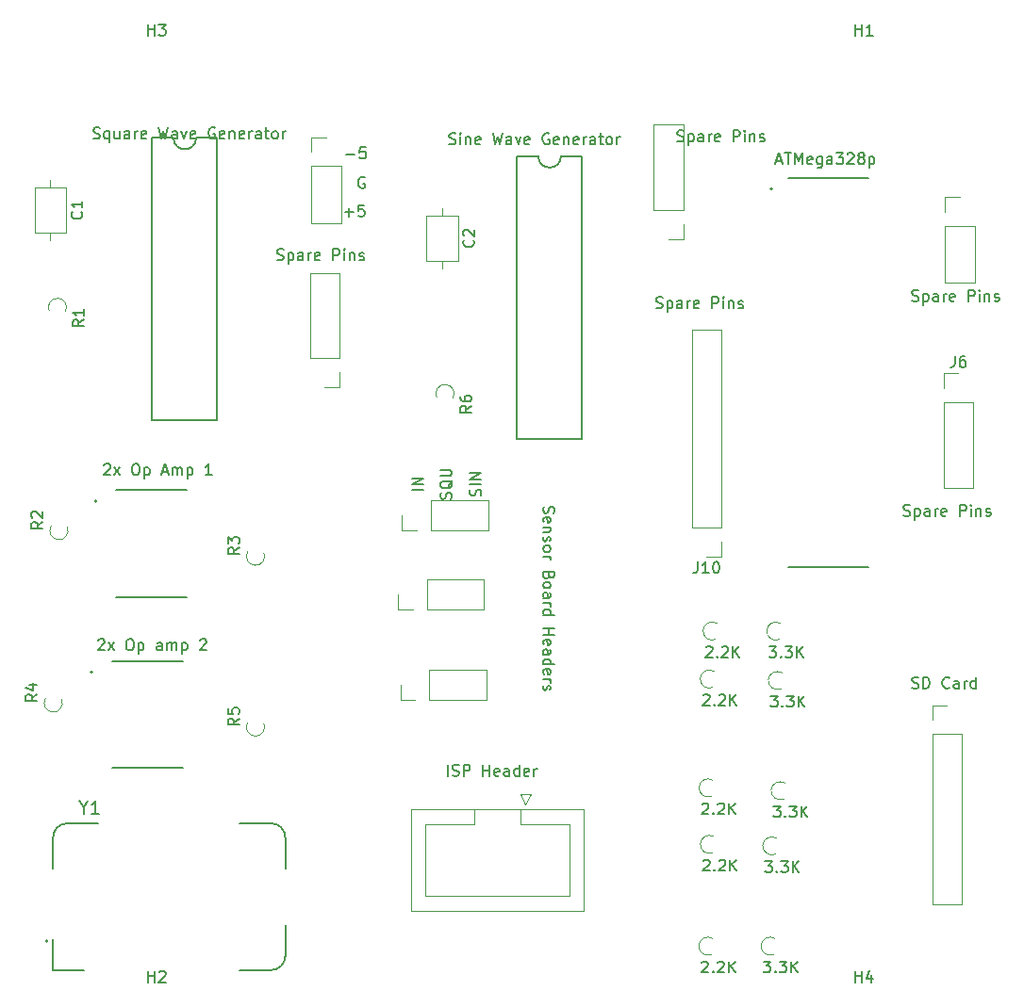
<source format=gbr>
%TF.GenerationSoftware,KiCad,Pcbnew,(6.0.1)*%
%TF.CreationDate,2022-03-29T22:20:04-05:00*%
%TF.ProjectId,microcontroller_board_ATMEGA_TH,6d696372-6f63-46f6-9e74-726f6c6c6572,rev?*%
%TF.SameCoordinates,Original*%
%TF.FileFunction,Legend,Top*%
%TF.FilePolarity,Positive*%
%FSLAX46Y46*%
G04 Gerber Fmt 4.6, Leading zero omitted, Abs format (unit mm)*
G04 Created by KiCad (PCBNEW (6.0.1)) date 2022-03-29 22:20:04*
%MOMM*%
%LPD*%
G01*
G04 APERTURE LIST*
%ADD10C,0.150000*%
%ADD11C,0.120000*%
%ADD12C,0.152400*%
%ADD13C,0.127000*%
%ADD14C,0.200000*%
G04 APERTURE END LIST*
D10*
X117324238Y-70351095D02*
X117276619Y-70493952D01*
X117276619Y-70732047D01*
X117324238Y-70827285D01*
X117371857Y-70874904D01*
X117467095Y-70922523D01*
X117562333Y-70922523D01*
X117657571Y-70874904D01*
X117705190Y-70827285D01*
X117752809Y-70732047D01*
X117800428Y-70541571D01*
X117848047Y-70446333D01*
X117895666Y-70398714D01*
X117990904Y-70351095D01*
X118086142Y-70351095D01*
X118181380Y-70398714D01*
X118229000Y-70446333D01*
X118276619Y-70541571D01*
X118276619Y-70779666D01*
X118229000Y-70922523D01*
X117324238Y-71732047D02*
X117276619Y-71636809D01*
X117276619Y-71446333D01*
X117324238Y-71351095D01*
X117419476Y-71303476D01*
X117800428Y-71303476D01*
X117895666Y-71351095D01*
X117943285Y-71446333D01*
X117943285Y-71636809D01*
X117895666Y-71732047D01*
X117800428Y-71779666D01*
X117705190Y-71779666D01*
X117609952Y-71303476D01*
X117943285Y-72208238D02*
X117276619Y-72208238D01*
X117848047Y-72208238D02*
X117895666Y-72255857D01*
X117943285Y-72351095D01*
X117943285Y-72493952D01*
X117895666Y-72589190D01*
X117800428Y-72636809D01*
X117276619Y-72636809D01*
X117324238Y-73065380D02*
X117276619Y-73160619D01*
X117276619Y-73351095D01*
X117324238Y-73446333D01*
X117419476Y-73493952D01*
X117467095Y-73493952D01*
X117562333Y-73446333D01*
X117609952Y-73351095D01*
X117609952Y-73208238D01*
X117657571Y-73113000D01*
X117752809Y-73065380D01*
X117800428Y-73065380D01*
X117895666Y-73113000D01*
X117943285Y-73208238D01*
X117943285Y-73351095D01*
X117895666Y-73446333D01*
X117276619Y-74065380D02*
X117324238Y-73970142D01*
X117371857Y-73922523D01*
X117467095Y-73874904D01*
X117752809Y-73874904D01*
X117848047Y-73922523D01*
X117895666Y-73970142D01*
X117943285Y-74065380D01*
X117943285Y-74208238D01*
X117895666Y-74303476D01*
X117848047Y-74351095D01*
X117752809Y-74398714D01*
X117467095Y-74398714D01*
X117371857Y-74351095D01*
X117324238Y-74303476D01*
X117276619Y-74208238D01*
X117276619Y-74065380D01*
X117276619Y-74827285D02*
X117943285Y-74827285D01*
X117752809Y-74827285D02*
X117848047Y-74874904D01*
X117895666Y-74922523D01*
X117943285Y-75017761D01*
X117943285Y-75113000D01*
X117800428Y-76541571D02*
X117752809Y-76684428D01*
X117705190Y-76732047D01*
X117609952Y-76779666D01*
X117467095Y-76779666D01*
X117371857Y-76732047D01*
X117324238Y-76684428D01*
X117276619Y-76589190D01*
X117276619Y-76208238D01*
X118276619Y-76208238D01*
X118276619Y-76541571D01*
X118229000Y-76636809D01*
X118181380Y-76684428D01*
X118086142Y-76732047D01*
X117990904Y-76732047D01*
X117895666Y-76684428D01*
X117848047Y-76636809D01*
X117800428Y-76541571D01*
X117800428Y-76208238D01*
X117276619Y-77351095D02*
X117324238Y-77255857D01*
X117371857Y-77208238D01*
X117467095Y-77160619D01*
X117752809Y-77160619D01*
X117848047Y-77208238D01*
X117895666Y-77255857D01*
X117943285Y-77351095D01*
X117943285Y-77493952D01*
X117895666Y-77589190D01*
X117848047Y-77636809D01*
X117752809Y-77684428D01*
X117467095Y-77684428D01*
X117371857Y-77636809D01*
X117324238Y-77589190D01*
X117276619Y-77493952D01*
X117276619Y-77351095D01*
X117276619Y-78541571D02*
X117800428Y-78541571D01*
X117895666Y-78493952D01*
X117943285Y-78398714D01*
X117943285Y-78208238D01*
X117895666Y-78113000D01*
X117324238Y-78541571D02*
X117276619Y-78446333D01*
X117276619Y-78208238D01*
X117324238Y-78113000D01*
X117419476Y-78065380D01*
X117514714Y-78065380D01*
X117609952Y-78113000D01*
X117657571Y-78208238D01*
X117657571Y-78446333D01*
X117705190Y-78541571D01*
X117276619Y-79017761D02*
X117943285Y-79017761D01*
X117752809Y-79017761D02*
X117848047Y-79065380D01*
X117895666Y-79113000D01*
X117943285Y-79208238D01*
X117943285Y-79303476D01*
X117276619Y-80065380D02*
X118276619Y-80065380D01*
X117324238Y-80065380D02*
X117276619Y-79970142D01*
X117276619Y-79779666D01*
X117324238Y-79684428D01*
X117371857Y-79636809D01*
X117467095Y-79589190D01*
X117752809Y-79589190D01*
X117848047Y-79636809D01*
X117895666Y-79684428D01*
X117943285Y-79779666D01*
X117943285Y-79970142D01*
X117895666Y-80065380D01*
X117276619Y-81303476D02*
X118276619Y-81303476D01*
X117800428Y-81303476D02*
X117800428Y-81874904D01*
X117276619Y-81874904D02*
X118276619Y-81874904D01*
X117324238Y-82732047D02*
X117276619Y-82636809D01*
X117276619Y-82446333D01*
X117324238Y-82351095D01*
X117419476Y-82303476D01*
X117800428Y-82303476D01*
X117895666Y-82351095D01*
X117943285Y-82446333D01*
X117943285Y-82636809D01*
X117895666Y-82732047D01*
X117800428Y-82779666D01*
X117705190Y-82779666D01*
X117609952Y-82303476D01*
X117276619Y-83636809D02*
X117800428Y-83636809D01*
X117895666Y-83589190D01*
X117943285Y-83493952D01*
X117943285Y-83303476D01*
X117895666Y-83208238D01*
X117324238Y-83636809D02*
X117276619Y-83541571D01*
X117276619Y-83303476D01*
X117324238Y-83208238D01*
X117419476Y-83160619D01*
X117514714Y-83160619D01*
X117609952Y-83208238D01*
X117657571Y-83303476D01*
X117657571Y-83541571D01*
X117705190Y-83636809D01*
X117276619Y-84541571D02*
X118276619Y-84541571D01*
X117324238Y-84541571D02*
X117276619Y-84446333D01*
X117276619Y-84255857D01*
X117324238Y-84160619D01*
X117371857Y-84113000D01*
X117467095Y-84065380D01*
X117752809Y-84065380D01*
X117848047Y-84113000D01*
X117895666Y-84160619D01*
X117943285Y-84255857D01*
X117943285Y-84446333D01*
X117895666Y-84541571D01*
X117324238Y-85398714D02*
X117276619Y-85303476D01*
X117276619Y-85113000D01*
X117324238Y-85017761D01*
X117419476Y-84970142D01*
X117800428Y-84970142D01*
X117895666Y-85017761D01*
X117943285Y-85113000D01*
X117943285Y-85303476D01*
X117895666Y-85398714D01*
X117800428Y-85446333D01*
X117705190Y-85446333D01*
X117609952Y-84970142D01*
X117276619Y-85874904D02*
X117943285Y-85874904D01*
X117752809Y-85874904D02*
X117848047Y-85922523D01*
X117895666Y-85970142D01*
X117943285Y-86065380D01*
X117943285Y-86160619D01*
X117324238Y-86446333D02*
X117276619Y-86541571D01*
X117276619Y-86732047D01*
X117324238Y-86827285D01*
X117419476Y-86874904D01*
X117467095Y-86874904D01*
X117562333Y-86827285D01*
X117609952Y-86732047D01*
X117609952Y-86589190D01*
X117657571Y-86493952D01*
X117752809Y-86446333D01*
X117800428Y-86446333D01*
X117895666Y-86493952D01*
X117943285Y-86589190D01*
X117943285Y-86732047D01*
X117895666Y-86827285D01*
X129318238Y-37488761D02*
X129461095Y-37536380D01*
X129699190Y-37536380D01*
X129794428Y-37488761D01*
X129842047Y-37441142D01*
X129889666Y-37345904D01*
X129889666Y-37250666D01*
X129842047Y-37155428D01*
X129794428Y-37107809D01*
X129699190Y-37060190D01*
X129508714Y-37012571D01*
X129413476Y-36964952D01*
X129365857Y-36917333D01*
X129318238Y-36822095D01*
X129318238Y-36726857D01*
X129365857Y-36631619D01*
X129413476Y-36584000D01*
X129508714Y-36536380D01*
X129746809Y-36536380D01*
X129889666Y-36584000D01*
X130318238Y-36869714D02*
X130318238Y-37869714D01*
X130318238Y-36917333D02*
X130413476Y-36869714D01*
X130603952Y-36869714D01*
X130699190Y-36917333D01*
X130746809Y-36964952D01*
X130794428Y-37060190D01*
X130794428Y-37345904D01*
X130746809Y-37441142D01*
X130699190Y-37488761D01*
X130603952Y-37536380D01*
X130413476Y-37536380D01*
X130318238Y-37488761D01*
X131651571Y-37536380D02*
X131651571Y-37012571D01*
X131603952Y-36917333D01*
X131508714Y-36869714D01*
X131318238Y-36869714D01*
X131223000Y-36917333D01*
X131651571Y-37488761D02*
X131556333Y-37536380D01*
X131318238Y-37536380D01*
X131223000Y-37488761D01*
X131175380Y-37393523D01*
X131175380Y-37298285D01*
X131223000Y-37203047D01*
X131318238Y-37155428D01*
X131556333Y-37155428D01*
X131651571Y-37107809D01*
X132127761Y-37536380D02*
X132127761Y-36869714D01*
X132127761Y-37060190D02*
X132175380Y-36964952D01*
X132223000Y-36917333D01*
X132318238Y-36869714D01*
X132413476Y-36869714D01*
X133127761Y-37488761D02*
X133032523Y-37536380D01*
X132842047Y-37536380D01*
X132746809Y-37488761D01*
X132699190Y-37393523D01*
X132699190Y-37012571D01*
X132746809Y-36917333D01*
X132842047Y-36869714D01*
X133032523Y-36869714D01*
X133127761Y-36917333D01*
X133175380Y-37012571D01*
X133175380Y-37107809D01*
X132699190Y-37203047D01*
X134365857Y-37536380D02*
X134365857Y-36536380D01*
X134746809Y-36536380D01*
X134842047Y-36584000D01*
X134889666Y-36631619D01*
X134937285Y-36726857D01*
X134937285Y-36869714D01*
X134889666Y-36964952D01*
X134842047Y-37012571D01*
X134746809Y-37060190D01*
X134365857Y-37060190D01*
X135365857Y-37536380D02*
X135365857Y-36869714D01*
X135365857Y-36536380D02*
X135318238Y-36584000D01*
X135365857Y-36631619D01*
X135413476Y-36584000D01*
X135365857Y-36536380D01*
X135365857Y-36631619D01*
X135842047Y-36869714D02*
X135842047Y-37536380D01*
X135842047Y-36964952D02*
X135889666Y-36917333D01*
X135984904Y-36869714D01*
X136127761Y-36869714D01*
X136223000Y-36917333D01*
X136270619Y-37012571D01*
X136270619Y-37536380D01*
X136699190Y-37488761D02*
X136794428Y-37536380D01*
X136984904Y-37536380D01*
X137080142Y-37488761D01*
X137127761Y-37393523D01*
X137127761Y-37345904D01*
X137080142Y-37250666D01*
X136984904Y-37203047D01*
X136842047Y-37203047D01*
X136746809Y-37155428D01*
X136699190Y-37060190D01*
X136699190Y-37012571D01*
X136746809Y-36917333D01*
X136842047Y-36869714D01*
X136984904Y-36869714D01*
X137080142Y-36917333D01*
X93377238Y-48156761D02*
X93520095Y-48204380D01*
X93758190Y-48204380D01*
X93853428Y-48156761D01*
X93901047Y-48109142D01*
X93948666Y-48013904D01*
X93948666Y-47918666D01*
X93901047Y-47823428D01*
X93853428Y-47775809D01*
X93758190Y-47728190D01*
X93567714Y-47680571D01*
X93472476Y-47632952D01*
X93424857Y-47585333D01*
X93377238Y-47490095D01*
X93377238Y-47394857D01*
X93424857Y-47299619D01*
X93472476Y-47252000D01*
X93567714Y-47204380D01*
X93805809Y-47204380D01*
X93948666Y-47252000D01*
X94377238Y-47537714D02*
X94377238Y-48537714D01*
X94377238Y-47585333D02*
X94472476Y-47537714D01*
X94662952Y-47537714D01*
X94758190Y-47585333D01*
X94805809Y-47632952D01*
X94853428Y-47728190D01*
X94853428Y-48013904D01*
X94805809Y-48109142D01*
X94758190Y-48156761D01*
X94662952Y-48204380D01*
X94472476Y-48204380D01*
X94377238Y-48156761D01*
X95710571Y-48204380D02*
X95710571Y-47680571D01*
X95662952Y-47585333D01*
X95567714Y-47537714D01*
X95377238Y-47537714D01*
X95282000Y-47585333D01*
X95710571Y-48156761D02*
X95615333Y-48204380D01*
X95377238Y-48204380D01*
X95282000Y-48156761D01*
X95234380Y-48061523D01*
X95234380Y-47966285D01*
X95282000Y-47871047D01*
X95377238Y-47823428D01*
X95615333Y-47823428D01*
X95710571Y-47775809D01*
X96186761Y-48204380D02*
X96186761Y-47537714D01*
X96186761Y-47728190D02*
X96234380Y-47632952D01*
X96282000Y-47585333D01*
X96377238Y-47537714D01*
X96472476Y-47537714D01*
X97186761Y-48156761D02*
X97091523Y-48204380D01*
X96901047Y-48204380D01*
X96805809Y-48156761D01*
X96758190Y-48061523D01*
X96758190Y-47680571D01*
X96805809Y-47585333D01*
X96901047Y-47537714D01*
X97091523Y-47537714D01*
X97186761Y-47585333D01*
X97234380Y-47680571D01*
X97234380Y-47775809D01*
X96758190Y-47871047D01*
X98424857Y-48204380D02*
X98424857Y-47204380D01*
X98805809Y-47204380D01*
X98901047Y-47252000D01*
X98948666Y-47299619D01*
X98996285Y-47394857D01*
X98996285Y-47537714D01*
X98948666Y-47632952D01*
X98901047Y-47680571D01*
X98805809Y-47728190D01*
X98424857Y-47728190D01*
X99424857Y-48204380D02*
X99424857Y-47537714D01*
X99424857Y-47204380D02*
X99377238Y-47252000D01*
X99424857Y-47299619D01*
X99472476Y-47252000D01*
X99424857Y-47204380D01*
X99424857Y-47299619D01*
X99901047Y-47537714D02*
X99901047Y-48204380D01*
X99901047Y-47632952D02*
X99948666Y-47585333D01*
X100043904Y-47537714D01*
X100186761Y-47537714D01*
X100282000Y-47585333D01*
X100329619Y-47680571D01*
X100329619Y-48204380D01*
X100758190Y-48156761D02*
X100853428Y-48204380D01*
X101043904Y-48204380D01*
X101139142Y-48156761D01*
X101186761Y-48061523D01*
X101186761Y-48013904D01*
X101139142Y-47918666D01*
X101043904Y-47871047D01*
X100901047Y-47871047D01*
X100805809Y-47823428D01*
X100758190Y-47728190D01*
X100758190Y-47680571D01*
X100805809Y-47585333D01*
X100901047Y-47537714D01*
X101043904Y-47537714D01*
X101139142Y-47585333D01*
X108839952Y-37742761D02*
X108982809Y-37790380D01*
X109220904Y-37790380D01*
X109316142Y-37742761D01*
X109363761Y-37695142D01*
X109411380Y-37599904D01*
X109411380Y-37504666D01*
X109363761Y-37409428D01*
X109316142Y-37361809D01*
X109220904Y-37314190D01*
X109030428Y-37266571D01*
X108935190Y-37218952D01*
X108887571Y-37171333D01*
X108839952Y-37076095D01*
X108839952Y-36980857D01*
X108887571Y-36885619D01*
X108935190Y-36838000D01*
X109030428Y-36790380D01*
X109268523Y-36790380D01*
X109411380Y-36838000D01*
X109839952Y-37790380D02*
X109839952Y-37123714D01*
X109839952Y-36790380D02*
X109792333Y-36838000D01*
X109839952Y-36885619D01*
X109887571Y-36838000D01*
X109839952Y-36790380D01*
X109839952Y-36885619D01*
X110316142Y-37123714D02*
X110316142Y-37790380D01*
X110316142Y-37218952D02*
X110363761Y-37171333D01*
X110459000Y-37123714D01*
X110601857Y-37123714D01*
X110697095Y-37171333D01*
X110744714Y-37266571D01*
X110744714Y-37790380D01*
X111601857Y-37742761D02*
X111506619Y-37790380D01*
X111316142Y-37790380D01*
X111220904Y-37742761D01*
X111173285Y-37647523D01*
X111173285Y-37266571D01*
X111220904Y-37171333D01*
X111316142Y-37123714D01*
X111506619Y-37123714D01*
X111601857Y-37171333D01*
X111649476Y-37266571D01*
X111649476Y-37361809D01*
X111173285Y-37457047D01*
X112744714Y-36790380D02*
X112982809Y-37790380D01*
X113173285Y-37076095D01*
X113363761Y-37790380D01*
X113601857Y-36790380D01*
X114411380Y-37790380D02*
X114411380Y-37266571D01*
X114363761Y-37171333D01*
X114268523Y-37123714D01*
X114078047Y-37123714D01*
X113982809Y-37171333D01*
X114411380Y-37742761D02*
X114316142Y-37790380D01*
X114078047Y-37790380D01*
X113982809Y-37742761D01*
X113935190Y-37647523D01*
X113935190Y-37552285D01*
X113982809Y-37457047D01*
X114078047Y-37409428D01*
X114316142Y-37409428D01*
X114411380Y-37361809D01*
X114792333Y-37123714D02*
X115030428Y-37790380D01*
X115268523Y-37123714D01*
X116030428Y-37742761D02*
X115935190Y-37790380D01*
X115744714Y-37790380D01*
X115649476Y-37742761D01*
X115601857Y-37647523D01*
X115601857Y-37266571D01*
X115649476Y-37171333D01*
X115744714Y-37123714D01*
X115935190Y-37123714D01*
X116030428Y-37171333D01*
X116078047Y-37266571D01*
X116078047Y-37361809D01*
X115601857Y-37457047D01*
X117792333Y-36838000D02*
X117697095Y-36790380D01*
X117554238Y-36790380D01*
X117411380Y-36838000D01*
X117316142Y-36933238D01*
X117268523Y-37028476D01*
X117220904Y-37218952D01*
X117220904Y-37361809D01*
X117268523Y-37552285D01*
X117316142Y-37647523D01*
X117411380Y-37742761D01*
X117554238Y-37790380D01*
X117649476Y-37790380D01*
X117792333Y-37742761D01*
X117839952Y-37695142D01*
X117839952Y-37361809D01*
X117649476Y-37361809D01*
X118649476Y-37742761D02*
X118554238Y-37790380D01*
X118363761Y-37790380D01*
X118268523Y-37742761D01*
X118220904Y-37647523D01*
X118220904Y-37266571D01*
X118268523Y-37171333D01*
X118363761Y-37123714D01*
X118554238Y-37123714D01*
X118649476Y-37171333D01*
X118697095Y-37266571D01*
X118697095Y-37361809D01*
X118220904Y-37457047D01*
X119125666Y-37123714D02*
X119125666Y-37790380D01*
X119125666Y-37218952D02*
X119173285Y-37171333D01*
X119268523Y-37123714D01*
X119411380Y-37123714D01*
X119506619Y-37171333D01*
X119554238Y-37266571D01*
X119554238Y-37790380D01*
X120411380Y-37742761D02*
X120316142Y-37790380D01*
X120125666Y-37790380D01*
X120030428Y-37742761D01*
X119982809Y-37647523D01*
X119982809Y-37266571D01*
X120030428Y-37171333D01*
X120125666Y-37123714D01*
X120316142Y-37123714D01*
X120411380Y-37171333D01*
X120459000Y-37266571D01*
X120459000Y-37361809D01*
X119982809Y-37457047D01*
X120887571Y-37790380D02*
X120887571Y-37123714D01*
X120887571Y-37314190D02*
X120935190Y-37218952D01*
X120982809Y-37171333D01*
X121078047Y-37123714D01*
X121173285Y-37123714D01*
X121935190Y-37790380D02*
X121935190Y-37266571D01*
X121887571Y-37171333D01*
X121792333Y-37123714D01*
X121601857Y-37123714D01*
X121506619Y-37171333D01*
X121935190Y-37742761D02*
X121839952Y-37790380D01*
X121601857Y-37790380D01*
X121506619Y-37742761D01*
X121459000Y-37647523D01*
X121459000Y-37552285D01*
X121506619Y-37457047D01*
X121601857Y-37409428D01*
X121839952Y-37409428D01*
X121935190Y-37361809D01*
X122268523Y-37123714D02*
X122649476Y-37123714D01*
X122411380Y-36790380D02*
X122411380Y-37647523D01*
X122459000Y-37742761D01*
X122554238Y-37790380D01*
X122649476Y-37790380D01*
X123125666Y-37790380D02*
X123030428Y-37742761D01*
X122982809Y-37695142D01*
X122935190Y-37599904D01*
X122935190Y-37314190D01*
X122982809Y-37218952D01*
X123030428Y-37171333D01*
X123125666Y-37123714D01*
X123268523Y-37123714D01*
X123363761Y-37171333D01*
X123411380Y-37218952D01*
X123459000Y-37314190D01*
X123459000Y-37599904D01*
X123411380Y-37695142D01*
X123363761Y-37742761D01*
X123268523Y-37790380D01*
X123125666Y-37790380D01*
X123887571Y-37790380D02*
X123887571Y-37123714D01*
X123887571Y-37314190D02*
X123935190Y-37218952D01*
X123982809Y-37171333D01*
X124078047Y-37123714D01*
X124173285Y-37123714D01*
X76875761Y-37234761D02*
X77018619Y-37282380D01*
X77256714Y-37282380D01*
X77351952Y-37234761D01*
X77399571Y-37187142D01*
X77447190Y-37091904D01*
X77447190Y-36996666D01*
X77399571Y-36901428D01*
X77351952Y-36853809D01*
X77256714Y-36806190D01*
X77066238Y-36758571D01*
X76971000Y-36710952D01*
X76923380Y-36663333D01*
X76875761Y-36568095D01*
X76875761Y-36472857D01*
X76923380Y-36377619D01*
X76971000Y-36330000D01*
X77066238Y-36282380D01*
X77304333Y-36282380D01*
X77447190Y-36330000D01*
X78304333Y-36615714D02*
X78304333Y-37615714D01*
X78304333Y-37234761D02*
X78209095Y-37282380D01*
X78018619Y-37282380D01*
X77923380Y-37234761D01*
X77875761Y-37187142D01*
X77828142Y-37091904D01*
X77828142Y-36806190D01*
X77875761Y-36710952D01*
X77923380Y-36663333D01*
X78018619Y-36615714D01*
X78209095Y-36615714D01*
X78304333Y-36663333D01*
X79209095Y-36615714D02*
X79209095Y-37282380D01*
X78780523Y-36615714D02*
X78780523Y-37139523D01*
X78828142Y-37234761D01*
X78923380Y-37282380D01*
X79066238Y-37282380D01*
X79161476Y-37234761D01*
X79209095Y-37187142D01*
X80113857Y-37282380D02*
X80113857Y-36758571D01*
X80066238Y-36663333D01*
X79971000Y-36615714D01*
X79780523Y-36615714D01*
X79685285Y-36663333D01*
X80113857Y-37234761D02*
X80018619Y-37282380D01*
X79780523Y-37282380D01*
X79685285Y-37234761D01*
X79637666Y-37139523D01*
X79637666Y-37044285D01*
X79685285Y-36949047D01*
X79780523Y-36901428D01*
X80018619Y-36901428D01*
X80113857Y-36853809D01*
X80590047Y-37282380D02*
X80590047Y-36615714D01*
X80590047Y-36806190D02*
X80637666Y-36710952D01*
X80685285Y-36663333D01*
X80780523Y-36615714D01*
X80875761Y-36615714D01*
X81590047Y-37234761D02*
X81494809Y-37282380D01*
X81304333Y-37282380D01*
X81209095Y-37234761D01*
X81161476Y-37139523D01*
X81161476Y-36758571D01*
X81209095Y-36663333D01*
X81304333Y-36615714D01*
X81494809Y-36615714D01*
X81590047Y-36663333D01*
X81637666Y-36758571D01*
X81637666Y-36853809D01*
X81161476Y-36949047D01*
X82732904Y-36282380D02*
X82971000Y-37282380D01*
X83161476Y-36568095D01*
X83351952Y-37282380D01*
X83590047Y-36282380D01*
X84399571Y-37282380D02*
X84399571Y-36758571D01*
X84351952Y-36663333D01*
X84256714Y-36615714D01*
X84066238Y-36615714D01*
X83971000Y-36663333D01*
X84399571Y-37234761D02*
X84304333Y-37282380D01*
X84066238Y-37282380D01*
X83971000Y-37234761D01*
X83923380Y-37139523D01*
X83923380Y-37044285D01*
X83971000Y-36949047D01*
X84066238Y-36901428D01*
X84304333Y-36901428D01*
X84399571Y-36853809D01*
X84780523Y-36615714D02*
X85018619Y-37282380D01*
X85256714Y-36615714D01*
X86018619Y-37234761D02*
X85923380Y-37282380D01*
X85732904Y-37282380D01*
X85637666Y-37234761D01*
X85590047Y-37139523D01*
X85590047Y-36758571D01*
X85637666Y-36663333D01*
X85732904Y-36615714D01*
X85923380Y-36615714D01*
X86018619Y-36663333D01*
X86066238Y-36758571D01*
X86066238Y-36853809D01*
X85590047Y-36949047D01*
X87780523Y-36330000D02*
X87685285Y-36282380D01*
X87542428Y-36282380D01*
X87399571Y-36330000D01*
X87304333Y-36425238D01*
X87256714Y-36520476D01*
X87209095Y-36710952D01*
X87209095Y-36853809D01*
X87256714Y-37044285D01*
X87304333Y-37139523D01*
X87399571Y-37234761D01*
X87542428Y-37282380D01*
X87637666Y-37282380D01*
X87780523Y-37234761D01*
X87828142Y-37187142D01*
X87828142Y-36853809D01*
X87637666Y-36853809D01*
X88637666Y-37234761D02*
X88542428Y-37282380D01*
X88351952Y-37282380D01*
X88256714Y-37234761D01*
X88209095Y-37139523D01*
X88209095Y-36758571D01*
X88256714Y-36663333D01*
X88351952Y-36615714D01*
X88542428Y-36615714D01*
X88637666Y-36663333D01*
X88685285Y-36758571D01*
X88685285Y-36853809D01*
X88209095Y-36949047D01*
X89113857Y-36615714D02*
X89113857Y-37282380D01*
X89113857Y-36710952D02*
X89161476Y-36663333D01*
X89256714Y-36615714D01*
X89399571Y-36615714D01*
X89494809Y-36663333D01*
X89542428Y-36758571D01*
X89542428Y-37282380D01*
X90399571Y-37234761D02*
X90304333Y-37282380D01*
X90113857Y-37282380D01*
X90018619Y-37234761D01*
X89971000Y-37139523D01*
X89971000Y-36758571D01*
X90018619Y-36663333D01*
X90113857Y-36615714D01*
X90304333Y-36615714D01*
X90399571Y-36663333D01*
X90447190Y-36758571D01*
X90447190Y-36853809D01*
X89971000Y-36949047D01*
X90875761Y-37282380D02*
X90875761Y-36615714D01*
X90875761Y-36806190D02*
X90923380Y-36710952D01*
X90971000Y-36663333D01*
X91066238Y-36615714D01*
X91161476Y-36615714D01*
X91923380Y-37282380D02*
X91923380Y-36758571D01*
X91875761Y-36663333D01*
X91780523Y-36615714D01*
X91590047Y-36615714D01*
X91494809Y-36663333D01*
X91923380Y-37234761D02*
X91828142Y-37282380D01*
X91590047Y-37282380D01*
X91494809Y-37234761D01*
X91447190Y-37139523D01*
X91447190Y-37044285D01*
X91494809Y-36949047D01*
X91590047Y-36901428D01*
X91828142Y-36901428D01*
X91923380Y-36853809D01*
X92256714Y-36615714D02*
X92637666Y-36615714D01*
X92399571Y-36282380D02*
X92399571Y-37139523D01*
X92447190Y-37234761D01*
X92542428Y-37282380D01*
X92637666Y-37282380D01*
X93113857Y-37282380D02*
X93018619Y-37234761D01*
X92971000Y-37187142D01*
X92923380Y-37091904D01*
X92923380Y-36806190D01*
X92971000Y-36710952D01*
X93018619Y-36663333D01*
X93113857Y-36615714D01*
X93256714Y-36615714D01*
X93351952Y-36663333D01*
X93399571Y-36710952D01*
X93447190Y-36806190D01*
X93447190Y-37091904D01*
X93399571Y-37187142D01*
X93351952Y-37234761D01*
X93256714Y-37282380D01*
X93113857Y-37282380D01*
X93875761Y-37282380D02*
X93875761Y-36615714D01*
X93875761Y-36806190D02*
X93923380Y-36710952D01*
X93971000Y-36663333D01*
X94066238Y-36615714D01*
X94161476Y-36615714D01*
X150408095Y-86637761D02*
X150550952Y-86685380D01*
X150789047Y-86685380D01*
X150884285Y-86637761D01*
X150931904Y-86590142D01*
X150979523Y-86494904D01*
X150979523Y-86399666D01*
X150931904Y-86304428D01*
X150884285Y-86256809D01*
X150789047Y-86209190D01*
X150598571Y-86161571D01*
X150503333Y-86113952D01*
X150455714Y-86066333D01*
X150408095Y-85971095D01*
X150408095Y-85875857D01*
X150455714Y-85780619D01*
X150503333Y-85733000D01*
X150598571Y-85685380D01*
X150836666Y-85685380D01*
X150979523Y-85733000D01*
X151408095Y-86685380D02*
X151408095Y-85685380D01*
X151646190Y-85685380D01*
X151789047Y-85733000D01*
X151884285Y-85828238D01*
X151931904Y-85923476D01*
X151979523Y-86113952D01*
X151979523Y-86256809D01*
X151931904Y-86447285D01*
X151884285Y-86542523D01*
X151789047Y-86637761D01*
X151646190Y-86685380D01*
X151408095Y-86685380D01*
X153741428Y-86590142D02*
X153693809Y-86637761D01*
X153550952Y-86685380D01*
X153455714Y-86685380D01*
X153312857Y-86637761D01*
X153217619Y-86542523D01*
X153170000Y-86447285D01*
X153122380Y-86256809D01*
X153122380Y-86113952D01*
X153170000Y-85923476D01*
X153217619Y-85828238D01*
X153312857Y-85733000D01*
X153455714Y-85685380D01*
X153550952Y-85685380D01*
X153693809Y-85733000D01*
X153741428Y-85780619D01*
X154598571Y-86685380D02*
X154598571Y-86161571D01*
X154550952Y-86066333D01*
X154455714Y-86018714D01*
X154265238Y-86018714D01*
X154170000Y-86066333D01*
X154598571Y-86637761D02*
X154503333Y-86685380D01*
X154265238Y-86685380D01*
X154170000Y-86637761D01*
X154122380Y-86542523D01*
X154122380Y-86447285D01*
X154170000Y-86352047D01*
X154265238Y-86304428D01*
X154503333Y-86304428D01*
X154598571Y-86256809D01*
X155074761Y-86685380D02*
X155074761Y-86018714D01*
X155074761Y-86209190D02*
X155122380Y-86113952D01*
X155170000Y-86066333D01*
X155265238Y-86018714D01*
X155360476Y-86018714D01*
X156122380Y-86685380D02*
X156122380Y-85685380D01*
X156122380Y-86637761D02*
X156027142Y-86685380D01*
X155836666Y-86685380D01*
X155741428Y-86637761D01*
X155693809Y-86590142D01*
X155646190Y-86494904D01*
X155646190Y-86209190D01*
X155693809Y-86113952D01*
X155741428Y-86066333D01*
X155836666Y-86018714D01*
X156027142Y-86018714D01*
X156122380Y-86066333D01*
X127413238Y-52474761D02*
X127556095Y-52522380D01*
X127794190Y-52522380D01*
X127889428Y-52474761D01*
X127937047Y-52427142D01*
X127984666Y-52331904D01*
X127984666Y-52236666D01*
X127937047Y-52141428D01*
X127889428Y-52093809D01*
X127794190Y-52046190D01*
X127603714Y-51998571D01*
X127508476Y-51950952D01*
X127460857Y-51903333D01*
X127413238Y-51808095D01*
X127413238Y-51712857D01*
X127460857Y-51617619D01*
X127508476Y-51570000D01*
X127603714Y-51522380D01*
X127841809Y-51522380D01*
X127984666Y-51570000D01*
X128413238Y-51855714D02*
X128413238Y-52855714D01*
X128413238Y-51903333D02*
X128508476Y-51855714D01*
X128698952Y-51855714D01*
X128794190Y-51903333D01*
X128841809Y-51950952D01*
X128889428Y-52046190D01*
X128889428Y-52331904D01*
X128841809Y-52427142D01*
X128794190Y-52474761D01*
X128698952Y-52522380D01*
X128508476Y-52522380D01*
X128413238Y-52474761D01*
X129746571Y-52522380D02*
X129746571Y-51998571D01*
X129698952Y-51903333D01*
X129603714Y-51855714D01*
X129413238Y-51855714D01*
X129318000Y-51903333D01*
X129746571Y-52474761D02*
X129651333Y-52522380D01*
X129413238Y-52522380D01*
X129318000Y-52474761D01*
X129270380Y-52379523D01*
X129270380Y-52284285D01*
X129318000Y-52189047D01*
X129413238Y-52141428D01*
X129651333Y-52141428D01*
X129746571Y-52093809D01*
X130222761Y-52522380D02*
X130222761Y-51855714D01*
X130222761Y-52046190D02*
X130270380Y-51950952D01*
X130318000Y-51903333D01*
X130413238Y-51855714D01*
X130508476Y-51855714D01*
X131222761Y-52474761D02*
X131127523Y-52522380D01*
X130937047Y-52522380D01*
X130841809Y-52474761D01*
X130794190Y-52379523D01*
X130794190Y-51998571D01*
X130841809Y-51903333D01*
X130937047Y-51855714D01*
X131127523Y-51855714D01*
X131222761Y-51903333D01*
X131270380Y-51998571D01*
X131270380Y-52093809D01*
X130794190Y-52189047D01*
X132460857Y-52522380D02*
X132460857Y-51522380D01*
X132841809Y-51522380D01*
X132937047Y-51570000D01*
X132984666Y-51617619D01*
X133032285Y-51712857D01*
X133032285Y-51855714D01*
X132984666Y-51950952D01*
X132937047Y-51998571D01*
X132841809Y-52046190D01*
X132460857Y-52046190D01*
X133460857Y-52522380D02*
X133460857Y-51855714D01*
X133460857Y-51522380D02*
X133413238Y-51570000D01*
X133460857Y-51617619D01*
X133508476Y-51570000D01*
X133460857Y-51522380D01*
X133460857Y-51617619D01*
X133937047Y-51855714D02*
X133937047Y-52522380D01*
X133937047Y-51950952D02*
X133984666Y-51903333D01*
X134079904Y-51855714D01*
X134222761Y-51855714D01*
X134318000Y-51903333D01*
X134365619Y-51998571D01*
X134365619Y-52522380D01*
X134794190Y-52474761D02*
X134889428Y-52522380D01*
X135079904Y-52522380D01*
X135175142Y-52474761D01*
X135222761Y-52379523D01*
X135222761Y-52331904D01*
X135175142Y-52236666D01*
X135079904Y-52189047D01*
X134937047Y-52189047D01*
X134841809Y-52141428D01*
X134794190Y-52046190D01*
X134794190Y-51998571D01*
X134841809Y-51903333D01*
X134937047Y-51855714D01*
X135079904Y-51855714D01*
X135175142Y-51903333D01*
X149638238Y-71143761D02*
X149781095Y-71191380D01*
X150019190Y-71191380D01*
X150114428Y-71143761D01*
X150162047Y-71096142D01*
X150209666Y-71000904D01*
X150209666Y-70905666D01*
X150162047Y-70810428D01*
X150114428Y-70762809D01*
X150019190Y-70715190D01*
X149828714Y-70667571D01*
X149733476Y-70619952D01*
X149685857Y-70572333D01*
X149638238Y-70477095D01*
X149638238Y-70381857D01*
X149685857Y-70286619D01*
X149733476Y-70239000D01*
X149828714Y-70191380D01*
X150066809Y-70191380D01*
X150209666Y-70239000D01*
X150638238Y-70524714D02*
X150638238Y-71524714D01*
X150638238Y-70572333D02*
X150733476Y-70524714D01*
X150923952Y-70524714D01*
X151019190Y-70572333D01*
X151066809Y-70619952D01*
X151114428Y-70715190D01*
X151114428Y-71000904D01*
X151066809Y-71096142D01*
X151019190Y-71143761D01*
X150923952Y-71191380D01*
X150733476Y-71191380D01*
X150638238Y-71143761D01*
X151971571Y-71191380D02*
X151971571Y-70667571D01*
X151923952Y-70572333D01*
X151828714Y-70524714D01*
X151638238Y-70524714D01*
X151543000Y-70572333D01*
X151971571Y-71143761D02*
X151876333Y-71191380D01*
X151638238Y-71191380D01*
X151543000Y-71143761D01*
X151495380Y-71048523D01*
X151495380Y-70953285D01*
X151543000Y-70858047D01*
X151638238Y-70810428D01*
X151876333Y-70810428D01*
X151971571Y-70762809D01*
X152447761Y-71191380D02*
X152447761Y-70524714D01*
X152447761Y-70715190D02*
X152495380Y-70619952D01*
X152543000Y-70572333D01*
X152638238Y-70524714D01*
X152733476Y-70524714D01*
X153447761Y-71143761D02*
X153352523Y-71191380D01*
X153162047Y-71191380D01*
X153066809Y-71143761D01*
X153019190Y-71048523D01*
X153019190Y-70667571D01*
X153066809Y-70572333D01*
X153162047Y-70524714D01*
X153352523Y-70524714D01*
X153447761Y-70572333D01*
X153495380Y-70667571D01*
X153495380Y-70762809D01*
X153019190Y-70858047D01*
X154685857Y-71191380D02*
X154685857Y-70191380D01*
X155066809Y-70191380D01*
X155162047Y-70239000D01*
X155209666Y-70286619D01*
X155257285Y-70381857D01*
X155257285Y-70524714D01*
X155209666Y-70619952D01*
X155162047Y-70667571D01*
X155066809Y-70715190D01*
X154685857Y-70715190D01*
X155685857Y-71191380D02*
X155685857Y-70524714D01*
X155685857Y-70191380D02*
X155638238Y-70239000D01*
X155685857Y-70286619D01*
X155733476Y-70239000D01*
X155685857Y-70191380D01*
X155685857Y-70286619D01*
X156162047Y-70524714D02*
X156162047Y-71191380D01*
X156162047Y-70619952D02*
X156209666Y-70572333D01*
X156304904Y-70524714D01*
X156447761Y-70524714D01*
X156543000Y-70572333D01*
X156590619Y-70667571D01*
X156590619Y-71191380D01*
X157019190Y-71143761D02*
X157114428Y-71191380D01*
X157304904Y-71191380D01*
X157400142Y-71143761D01*
X157447761Y-71048523D01*
X157447761Y-71000904D01*
X157400142Y-70905666D01*
X157304904Y-70858047D01*
X157162047Y-70858047D01*
X157066809Y-70810428D01*
X157019190Y-70715190D01*
X157019190Y-70667571D01*
X157066809Y-70572333D01*
X157162047Y-70524714D01*
X157304904Y-70524714D01*
X157400142Y-70572333D01*
X150400238Y-51839761D02*
X150543095Y-51887380D01*
X150781190Y-51887380D01*
X150876428Y-51839761D01*
X150924047Y-51792142D01*
X150971666Y-51696904D01*
X150971666Y-51601666D01*
X150924047Y-51506428D01*
X150876428Y-51458809D01*
X150781190Y-51411190D01*
X150590714Y-51363571D01*
X150495476Y-51315952D01*
X150447857Y-51268333D01*
X150400238Y-51173095D01*
X150400238Y-51077857D01*
X150447857Y-50982619D01*
X150495476Y-50935000D01*
X150590714Y-50887380D01*
X150828809Y-50887380D01*
X150971666Y-50935000D01*
X151400238Y-51220714D02*
X151400238Y-52220714D01*
X151400238Y-51268333D02*
X151495476Y-51220714D01*
X151685952Y-51220714D01*
X151781190Y-51268333D01*
X151828809Y-51315952D01*
X151876428Y-51411190D01*
X151876428Y-51696904D01*
X151828809Y-51792142D01*
X151781190Y-51839761D01*
X151685952Y-51887380D01*
X151495476Y-51887380D01*
X151400238Y-51839761D01*
X152733571Y-51887380D02*
X152733571Y-51363571D01*
X152685952Y-51268333D01*
X152590714Y-51220714D01*
X152400238Y-51220714D01*
X152305000Y-51268333D01*
X152733571Y-51839761D02*
X152638333Y-51887380D01*
X152400238Y-51887380D01*
X152305000Y-51839761D01*
X152257380Y-51744523D01*
X152257380Y-51649285D01*
X152305000Y-51554047D01*
X152400238Y-51506428D01*
X152638333Y-51506428D01*
X152733571Y-51458809D01*
X153209761Y-51887380D02*
X153209761Y-51220714D01*
X153209761Y-51411190D02*
X153257380Y-51315952D01*
X153305000Y-51268333D01*
X153400238Y-51220714D01*
X153495476Y-51220714D01*
X154209761Y-51839761D02*
X154114523Y-51887380D01*
X153924047Y-51887380D01*
X153828809Y-51839761D01*
X153781190Y-51744523D01*
X153781190Y-51363571D01*
X153828809Y-51268333D01*
X153924047Y-51220714D01*
X154114523Y-51220714D01*
X154209761Y-51268333D01*
X154257380Y-51363571D01*
X154257380Y-51458809D01*
X153781190Y-51554047D01*
X155447857Y-51887380D02*
X155447857Y-50887380D01*
X155828809Y-50887380D01*
X155924047Y-50935000D01*
X155971666Y-50982619D01*
X156019285Y-51077857D01*
X156019285Y-51220714D01*
X155971666Y-51315952D01*
X155924047Y-51363571D01*
X155828809Y-51411190D01*
X155447857Y-51411190D01*
X156447857Y-51887380D02*
X156447857Y-51220714D01*
X156447857Y-50887380D02*
X156400238Y-50935000D01*
X156447857Y-50982619D01*
X156495476Y-50935000D01*
X156447857Y-50887380D01*
X156447857Y-50982619D01*
X156924047Y-51220714D02*
X156924047Y-51887380D01*
X156924047Y-51315952D02*
X156971666Y-51268333D01*
X157066904Y-51220714D01*
X157209761Y-51220714D01*
X157305000Y-51268333D01*
X157352619Y-51363571D01*
X157352619Y-51887380D01*
X157781190Y-51839761D02*
X157876428Y-51887380D01*
X158066904Y-51887380D01*
X158162142Y-51839761D01*
X158209761Y-51744523D01*
X158209761Y-51696904D01*
X158162142Y-51601666D01*
X158066904Y-51554047D01*
X157924047Y-51554047D01*
X157828809Y-51506428D01*
X157781190Y-51411190D01*
X157781190Y-51363571D01*
X157828809Y-51268333D01*
X157924047Y-51220714D01*
X158066904Y-51220714D01*
X158162142Y-51268333D01*
X138216238Y-39282666D02*
X138692428Y-39282666D01*
X138121000Y-39568380D02*
X138454333Y-38568380D01*
X138787666Y-39568380D01*
X138978142Y-38568380D02*
X139549571Y-38568380D01*
X139263857Y-39568380D02*
X139263857Y-38568380D01*
X139882904Y-39568380D02*
X139882904Y-38568380D01*
X140216238Y-39282666D01*
X140549571Y-38568380D01*
X140549571Y-39568380D01*
X141406714Y-39520761D02*
X141311476Y-39568380D01*
X141121000Y-39568380D01*
X141025761Y-39520761D01*
X140978142Y-39425523D01*
X140978142Y-39044571D01*
X141025761Y-38949333D01*
X141121000Y-38901714D01*
X141311476Y-38901714D01*
X141406714Y-38949333D01*
X141454333Y-39044571D01*
X141454333Y-39139809D01*
X140978142Y-39235047D01*
X142311476Y-38901714D02*
X142311476Y-39711238D01*
X142263857Y-39806476D01*
X142216238Y-39854095D01*
X142121000Y-39901714D01*
X141978142Y-39901714D01*
X141882904Y-39854095D01*
X142311476Y-39520761D02*
X142216238Y-39568380D01*
X142025761Y-39568380D01*
X141930523Y-39520761D01*
X141882904Y-39473142D01*
X141835285Y-39377904D01*
X141835285Y-39092190D01*
X141882904Y-38996952D01*
X141930523Y-38949333D01*
X142025761Y-38901714D01*
X142216238Y-38901714D01*
X142311476Y-38949333D01*
X143216238Y-39568380D02*
X143216238Y-39044571D01*
X143168619Y-38949333D01*
X143073380Y-38901714D01*
X142882904Y-38901714D01*
X142787666Y-38949333D01*
X143216238Y-39520761D02*
X143121000Y-39568380D01*
X142882904Y-39568380D01*
X142787666Y-39520761D01*
X142740047Y-39425523D01*
X142740047Y-39330285D01*
X142787666Y-39235047D01*
X142882904Y-39187428D01*
X143121000Y-39187428D01*
X143216238Y-39139809D01*
X143597190Y-38568380D02*
X144216238Y-38568380D01*
X143882904Y-38949333D01*
X144025761Y-38949333D01*
X144121000Y-38996952D01*
X144168619Y-39044571D01*
X144216238Y-39139809D01*
X144216238Y-39377904D01*
X144168619Y-39473142D01*
X144121000Y-39520761D01*
X144025761Y-39568380D01*
X143740047Y-39568380D01*
X143644809Y-39520761D01*
X143597190Y-39473142D01*
X144597190Y-38663619D02*
X144644809Y-38616000D01*
X144740047Y-38568380D01*
X144978142Y-38568380D01*
X145073380Y-38616000D01*
X145121000Y-38663619D01*
X145168619Y-38758857D01*
X145168619Y-38854095D01*
X145121000Y-38996952D01*
X144549571Y-39568380D01*
X145168619Y-39568380D01*
X145740047Y-38996952D02*
X145644809Y-38949333D01*
X145597190Y-38901714D01*
X145549571Y-38806476D01*
X145549571Y-38758857D01*
X145597190Y-38663619D01*
X145644809Y-38616000D01*
X145740047Y-38568380D01*
X145930523Y-38568380D01*
X146025761Y-38616000D01*
X146073380Y-38663619D01*
X146121000Y-38758857D01*
X146121000Y-38806476D01*
X146073380Y-38901714D01*
X146025761Y-38949333D01*
X145930523Y-38996952D01*
X145740047Y-38996952D01*
X145644809Y-39044571D01*
X145597190Y-39092190D01*
X145549571Y-39187428D01*
X145549571Y-39377904D01*
X145597190Y-39473142D01*
X145644809Y-39520761D01*
X145740047Y-39568380D01*
X145930523Y-39568380D01*
X146025761Y-39520761D01*
X146073380Y-39473142D01*
X146121000Y-39377904D01*
X146121000Y-39187428D01*
X146073380Y-39092190D01*
X146025761Y-39044571D01*
X145930523Y-38996952D01*
X146549571Y-38901714D02*
X146549571Y-39901714D01*
X146549571Y-38949333D02*
X146644809Y-38901714D01*
X146835285Y-38901714D01*
X146930523Y-38949333D01*
X146978142Y-38996952D01*
X147025761Y-39092190D01*
X147025761Y-39377904D01*
X146978142Y-39473142D01*
X146930523Y-39520761D01*
X146835285Y-39568380D01*
X146644809Y-39568380D01*
X146549571Y-39520761D01*
X108696619Y-94559380D02*
X108696619Y-93559380D01*
X109125190Y-94511761D02*
X109268047Y-94559380D01*
X109506142Y-94559380D01*
X109601380Y-94511761D01*
X109649000Y-94464142D01*
X109696619Y-94368904D01*
X109696619Y-94273666D01*
X109649000Y-94178428D01*
X109601380Y-94130809D01*
X109506142Y-94083190D01*
X109315666Y-94035571D01*
X109220428Y-93987952D01*
X109172809Y-93940333D01*
X109125190Y-93845095D01*
X109125190Y-93749857D01*
X109172809Y-93654619D01*
X109220428Y-93607000D01*
X109315666Y-93559380D01*
X109553761Y-93559380D01*
X109696619Y-93607000D01*
X110125190Y-94559380D02*
X110125190Y-93559380D01*
X110506142Y-93559380D01*
X110601380Y-93607000D01*
X110649000Y-93654619D01*
X110696619Y-93749857D01*
X110696619Y-93892714D01*
X110649000Y-93987952D01*
X110601380Y-94035571D01*
X110506142Y-94083190D01*
X110125190Y-94083190D01*
X111887095Y-94559380D02*
X111887095Y-93559380D01*
X111887095Y-94035571D02*
X112458523Y-94035571D01*
X112458523Y-94559380D02*
X112458523Y-93559380D01*
X113315666Y-94511761D02*
X113220428Y-94559380D01*
X113029952Y-94559380D01*
X112934714Y-94511761D01*
X112887095Y-94416523D01*
X112887095Y-94035571D01*
X112934714Y-93940333D01*
X113029952Y-93892714D01*
X113220428Y-93892714D01*
X113315666Y-93940333D01*
X113363285Y-94035571D01*
X113363285Y-94130809D01*
X112887095Y-94226047D01*
X114220428Y-94559380D02*
X114220428Y-94035571D01*
X114172809Y-93940333D01*
X114077571Y-93892714D01*
X113887095Y-93892714D01*
X113791857Y-93940333D01*
X114220428Y-94511761D02*
X114125190Y-94559380D01*
X113887095Y-94559380D01*
X113791857Y-94511761D01*
X113744238Y-94416523D01*
X113744238Y-94321285D01*
X113791857Y-94226047D01*
X113887095Y-94178428D01*
X114125190Y-94178428D01*
X114220428Y-94130809D01*
X115125190Y-94559380D02*
X115125190Y-93559380D01*
X115125190Y-94511761D02*
X115029952Y-94559380D01*
X114839476Y-94559380D01*
X114744238Y-94511761D01*
X114696619Y-94464142D01*
X114649000Y-94368904D01*
X114649000Y-94083190D01*
X114696619Y-93987952D01*
X114744238Y-93940333D01*
X114839476Y-93892714D01*
X115029952Y-93892714D01*
X115125190Y-93940333D01*
X115982333Y-94511761D02*
X115887095Y-94559380D01*
X115696619Y-94559380D01*
X115601380Y-94511761D01*
X115553761Y-94416523D01*
X115553761Y-94035571D01*
X115601380Y-93940333D01*
X115696619Y-93892714D01*
X115887095Y-93892714D01*
X115982333Y-93940333D01*
X116029952Y-94035571D01*
X116029952Y-94130809D01*
X115553761Y-94226047D01*
X116458523Y-94559380D02*
X116458523Y-93892714D01*
X116458523Y-94083190D02*
X116506142Y-93987952D01*
X116553761Y-93940333D01*
X116649000Y-93892714D01*
X116744238Y-93892714D01*
X77843666Y-66603619D02*
X77891285Y-66556000D01*
X77986523Y-66508380D01*
X78224619Y-66508380D01*
X78319857Y-66556000D01*
X78367476Y-66603619D01*
X78415095Y-66698857D01*
X78415095Y-66794095D01*
X78367476Y-66936952D01*
X77796047Y-67508380D01*
X78415095Y-67508380D01*
X78748428Y-67508380D02*
X79272238Y-66841714D01*
X78748428Y-66841714D02*
X79272238Y-67508380D01*
X80605571Y-66508380D02*
X80796047Y-66508380D01*
X80891285Y-66556000D01*
X80986523Y-66651238D01*
X81034142Y-66841714D01*
X81034142Y-67175047D01*
X80986523Y-67365523D01*
X80891285Y-67460761D01*
X80796047Y-67508380D01*
X80605571Y-67508380D01*
X80510333Y-67460761D01*
X80415095Y-67365523D01*
X80367476Y-67175047D01*
X80367476Y-66841714D01*
X80415095Y-66651238D01*
X80510333Y-66556000D01*
X80605571Y-66508380D01*
X81462714Y-66841714D02*
X81462714Y-67841714D01*
X81462714Y-66889333D02*
X81557952Y-66841714D01*
X81748428Y-66841714D01*
X81843666Y-66889333D01*
X81891285Y-66936952D01*
X81938904Y-67032190D01*
X81938904Y-67317904D01*
X81891285Y-67413142D01*
X81843666Y-67460761D01*
X81748428Y-67508380D01*
X81557952Y-67508380D01*
X81462714Y-67460761D01*
X83081761Y-67222666D02*
X83557952Y-67222666D01*
X82986523Y-67508380D02*
X83319857Y-66508380D01*
X83653190Y-67508380D01*
X83986523Y-67508380D02*
X83986523Y-66841714D01*
X83986523Y-66936952D02*
X84034142Y-66889333D01*
X84129380Y-66841714D01*
X84272238Y-66841714D01*
X84367476Y-66889333D01*
X84415095Y-66984571D01*
X84415095Y-67508380D01*
X84415095Y-66984571D02*
X84462714Y-66889333D01*
X84557952Y-66841714D01*
X84700809Y-66841714D01*
X84796047Y-66889333D01*
X84843666Y-66984571D01*
X84843666Y-67508380D01*
X85319857Y-66841714D02*
X85319857Y-67841714D01*
X85319857Y-66889333D02*
X85415095Y-66841714D01*
X85605571Y-66841714D01*
X85700809Y-66889333D01*
X85748428Y-66936952D01*
X85796047Y-67032190D01*
X85796047Y-67317904D01*
X85748428Y-67413142D01*
X85700809Y-67460761D01*
X85605571Y-67508380D01*
X85415095Y-67508380D01*
X85319857Y-67460761D01*
X87510333Y-67508380D02*
X86938904Y-67508380D01*
X87224619Y-67508380D02*
X87224619Y-66508380D01*
X87129380Y-66651238D01*
X87034142Y-66746476D01*
X86938904Y-66794095D01*
X77311857Y-82351619D02*
X77359476Y-82304000D01*
X77454714Y-82256380D01*
X77692809Y-82256380D01*
X77788047Y-82304000D01*
X77835666Y-82351619D01*
X77883285Y-82446857D01*
X77883285Y-82542095D01*
X77835666Y-82684952D01*
X77264238Y-83256380D01*
X77883285Y-83256380D01*
X78216619Y-83256380D02*
X78740428Y-82589714D01*
X78216619Y-82589714D02*
X78740428Y-83256380D01*
X80073761Y-82256380D02*
X80264238Y-82256380D01*
X80359476Y-82304000D01*
X80454714Y-82399238D01*
X80502333Y-82589714D01*
X80502333Y-82923047D01*
X80454714Y-83113523D01*
X80359476Y-83208761D01*
X80264238Y-83256380D01*
X80073761Y-83256380D01*
X79978523Y-83208761D01*
X79883285Y-83113523D01*
X79835666Y-82923047D01*
X79835666Y-82589714D01*
X79883285Y-82399238D01*
X79978523Y-82304000D01*
X80073761Y-82256380D01*
X80930904Y-82589714D02*
X80930904Y-83589714D01*
X80930904Y-82637333D02*
X81026142Y-82589714D01*
X81216619Y-82589714D01*
X81311857Y-82637333D01*
X81359476Y-82684952D01*
X81407095Y-82780190D01*
X81407095Y-83065904D01*
X81359476Y-83161142D01*
X81311857Y-83208761D01*
X81216619Y-83256380D01*
X81026142Y-83256380D01*
X80930904Y-83208761D01*
X83026142Y-83256380D02*
X83026142Y-82732571D01*
X82978523Y-82637333D01*
X82883285Y-82589714D01*
X82692809Y-82589714D01*
X82597571Y-82637333D01*
X83026142Y-83208761D02*
X82930904Y-83256380D01*
X82692809Y-83256380D01*
X82597571Y-83208761D01*
X82549952Y-83113523D01*
X82549952Y-83018285D01*
X82597571Y-82923047D01*
X82692809Y-82875428D01*
X82930904Y-82875428D01*
X83026142Y-82827809D01*
X83502333Y-83256380D02*
X83502333Y-82589714D01*
X83502333Y-82684952D02*
X83549952Y-82637333D01*
X83645190Y-82589714D01*
X83788047Y-82589714D01*
X83883285Y-82637333D01*
X83930904Y-82732571D01*
X83930904Y-83256380D01*
X83930904Y-82732571D02*
X83978523Y-82637333D01*
X84073761Y-82589714D01*
X84216619Y-82589714D01*
X84311857Y-82637333D01*
X84359476Y-82732571D01*
X84359476Y-83256380D01*
X84835666Y-82589714D02*
X84835666Y-83589714D01*
X84835666Y-82637333D02*
X84930904Y-82589714D01*
X85121380Y-82589714D01*
X85216619Y-82637333D01*
X85264238Y-82684952D01*
X85311857Y-82780190D01*
X85311857Y-83065904D01*
X85264238Y-83161142D01*
X85216619Y-83208761D01*
X85121380Y-83256380D01*
X84930904Y-83256380D01*
X84835666Y-83208761D01*
X86454714Y-82351619D02*
X86502333Y-82304000D01*
X86597571Y-82256380D01*
X86835666Y-82256380D01*
X86930904Y-82304000D01*
X86978523Y-82351619D01*
X87026142Y-82446857D01*
X87026142Y-82542095D01*
X86978523Y-82684952D01*
X86407095Y-83256380D01*
X87026142Y-83256380D01*
%TO.C,R13*%
X131535004Y-97098619D02*
X131582623Y-97051000D01*
X131677861Y-97003380D01*
X131915956Y-97003380D01*
X132011194Y-97051000D01*
X132058813Y-97098619D01*
X132106432Y-97193857D01*
X132106432Y-97289095D01*
X132058813Y-97431952D01*
X131487384Y-98003380D01*
X132106432Y-98003380D01*
X132535004Y-97908142D02*
X132582623Y-97955761D01*
X132535004Y-98003380D01*
X132487384Y-97955761D01*
X132535004Y-97908142D01*
X132535004Y-98003380D01*
X132963575Y-97098619D02*
X133011194Y-97051000D01*
X133106432Y-97003380D01*
X133344527Y-97003380D01*
X133439765Y-97051000D01*
X133487384Y-97098619D01*
X133535004Y-97193857D01*
X133535004Y-97289095D01*
X133487384Y-97431952D01*
X132915956Y-98003380D01*
X133535004Y-98003380D01*
X133963575Y-98003380D02*
X133963575Y-97003380D01*
X134535004Y-98003380D02*
X134106432Y-97431952D01*
X134535004Y-97003380D02*
X133963575Y-97574809D01*
%TO.C,R4*%
X71811380Y-87227666D02*
X71335190Y-87561000D01*
X71811380Y-87799095D02*
X70811380Y-87799095D01*
X70811380Y-87418142D01*
X70859000Y-87322904D01*
X70906619Y-87275285D01*
X71001857Y-87227666D01*
X71144714Y-87227666D01*
X71239952Y-87275285D01*
X71287571Y-87322904D01*
X71335190Y-87418142D01*
X71335190Y-87799095D01*
X71144714Y-86370523D02*
X71811380Y-86370523D01*
X70763761Y-86608619D02*
X71478047Y-86846714D01*
X71478047Y-86227666D01*
%TO.C,J5*%
X99472857Y-43886428D02*
X100234761Y-43886428D01*
X99853809Y-44267380D02*
X99853809Y-43505476D01*
X101187142Y-43267380D02*
X100710952Y-43267380D01*
X100663333Y-43743571D01*
X100710952Y-43695952D01*
X100806190Y-43648333D01*
X101044285Y-43648333D01*
X101139523Y-43695952D01*
X101187142Y-43743571D01*
X101234761Y-43838809D01*
X101234761Y-44076904D01*
X101187142Y-44172142D01*
X101139523Y-44219761D01*
X101044285Y-44267380D01*
X100806190Y-44267380D01*
X100710952Y-44219761D01*
X100663333Y-44172142D01*
X99599857Y-38679428D02*
X100361761Y-38679428D01*
X101314142Y-38060380D02*
X100837952Y-38060380D01*
X100790333Y-38536571D01*
X100837952Y-38488952D01*
X100933190Y-38441333D01*
X101171285Y-38441333D01*
X101266523Y-38488952D01*
X101314142Y-38536571D01*
X101361761Y-38631809D01*
X101361761Y-38869904D01*
X101314142Y-38965142D01*
X101266523Y-39012761D01*
X101171285Y-39060380D01*
X100933190Y-39060380D01*
X100837952Y-39012761D01*
X100790333Y-38965142D01*
X101226904Y-40775000D02*
X101131666Y-40727380D01*
X100988809Y-40727380D01*
X100845952Y-40775000D01*
X100750714Y-40870238D01*
X100703095Y-40965476D01*
X100655476Y-41155952D01*
X100655476Y-41298809D01*
X100703095Y-41489285D01*
X100750714Y-41584523D01*
X100845952Y-41679761D01*
X100988809Y-41727380D01*
X101084047Y-41727380D01*
X101226904Y-41679761D01*
X101274523Y-41632142D01*
X101274523Y-41298809D01*
X101084047Y-41298809D01*
%TO.C,J6*%
X154225666Y-56812380D02*
X154225666Y-57526666D01*
X154178047Y-57669523D01*
X154082809Y-57764761D01*
X153939952Y-57812380D01*
X153844714Y-57812380D01*
X155130428Y-56812380D02*
X154939952Y-56812380D01*
X154844714Y-56860000D01*
X154797095Y-56907619D01*
X154701857Y-57050476D01*
X154654238Y-57240952D01*
X154654238Y-57621904D01*
X154701857Y-57717142D01*
X154749476Y-57764761D01*
X154844714Y-57812380D01*
X155035190Y-57812380D01*
X155130428Y-57764761D01*
X155178047Y-57717142D01*
X155225666Y-57621904D01*
X155225666Y-57383809D01*
X155178047Y-57288571D01*
X155130428Y-57240952D01*
X155035190Y-57193333D01*
X154844714Y-57193333D01*
X154749476Y-57240952D01*
X154701857Y-57288571D01*
X154654238Y-57383809D01*
%TO.C,H3*%
X81788095Y-28002380D02*
X81788095Y-27002380D01*
X81788095Y-27478571D02*
X82359523Y-27478571D01*
X82359523Y-28002380D02*
X82359523Y-27002380D01*
X82740476Y-27002380D02*
X83359523Y-27002380D01*
X83026190Y-27383333D01*
X83169047Y-27383333D01*
X83264285Y-27430952D01*
X83311904Y-27478571D01*
X83359523Y-27573809D01*
X83359523Y-27811904D01*
X83311904Y-27907142D01*
X83264285Y-27954761D01*
X83169047Y-28002380D01*
X82883333Y-28002380D01*
X82788095Y-27954761D01*
X82740476Y-27907142D01*
%TO.C,J1*%
X106497380Y-68849809D02*
X105497380Y-68849809D01*
X106497380Y-68373619D02*
X105497380Y-68373619D01*
X106497380Y-67802190D01*
X105497380Y-67802190D01*
X108989761Y-69659333D02*
X109037380Y-69516476D01*
X109037380Y-69278380D01*
X108989761Y-69183142D01*
X108942142Y-69135523D01*
X108846904Y-69087904D01*
X108751666Y-69087904D01*
X108656428Y-69135523D01*
X108608809Y-69183142D01*
X108561190Y-69278380D01*
X108513571Y-69468857D01*
X108465952Y-69564095D01*
X108418333Y-69611714D01*
X108323095Y-69659333D01*
X108227857Y-69659333D01*
X108132619Y-69611714D01*
X108085000Y-69564095D01*
X108037380Y-69468857D01*
X108037380Y-69230761D01*
X108085000Y-69087904D01*
X109132619Y-67992666D02*
X109085000Y-68087904D01*
X108989761Y-68183142D01*
X108846904Y-68326000D01*
X108799285Y-68421238D01*
X108799285Y-68516476D01*
X109037380Y-68468857D02*
X108989761Y-68564095D01*
X108894523Y-68659333D01*
X108704047Y-68706952D01*
X108370714Y-68706952D01*
X108180238Y-68659333D01*
X108085000Y-68564095D01*
X108037380Y-68468857D01*
X108037380Y-68278380D01*
X108085000Y-68183142D01*
X108180238Y-68087904D01*
X108370714Y-68040285D01*
X108704047Y-68040285D01*
X108894523Y-68087904D01*
X108989761Y-68183142D01*
X109037380Y-68278380D01*
X109037380Y-68468857D01*
X108037380Y-67611714D02*
X108846904Y-67611714D01*
X108942142Y-67564095D01*
X108989761Y-67516476D01*
X109037380Y-67421238D01*
X109037380Y-67230761D01*
X108989761Y-67135523D01*
X108942142Y-67087904D01*
X108846904Y-67040285D01*
X108037380Y-67040285D01*
X111656761Y-69373619D02*
X111704380Y-69230761D01*
X111704380Y-68992666D01*
X111656761Y-68897428D01*
X111609142Y-68849809D01*
X111513904Y-68802190D01*
X111418666Y-68802190D01*
X111323428Y-68849809D01*
X111275809Y-68897428D01*
X111228190Y-68992666D01*
X111180571Y-69183142D01*
X111132952Y-69278380D01*
X111085333Y-69326000D01*
X110990095Y-69373619D01*
X110894857Y-69373619D01*
X110799619Y-69326000D01*
X110752000Y-69278380D01*
X110704380Y-69183142D01*
X110704380Y-68945047D01*
X110752000Y-68802190D01*
X111704380Y-68373619D02*
X110704380Y-68373619D01*
X111704380Y-67897428D02*
X110704380Y-67897428D01*
X111704380Y-67326000D01*
X110704380Y-67326000D01*
%TO.C,R20*%
X137054378Y-111227380D02*
X137673426Y-111227380D01*
X137340093Y-111608333D01*
X137482950Y-111608333D01*
X137578188Y-111655952D01*
X137625807Y-111703571D01*
X137673426Y-111798809D01*
X137673426Y-112036904D01*
X137625807Y-112132142D01*
X137578188Y-112179761D01*
X137482950Y-112227380D01*
X137197236Y-112227380D01*
X137101998Y-112179761D01*
X137054378Y-112132142D01*
X138101998Y-112132142D02*
X138149617Y-112179761D01*
X138101998Y-112227380D01*
X138054378Y-112179761D01*
X138101998Y-112132142D01*
X138101998Y-112227380D01*
X138482950Y-111227380D02*
X139101998Y-111227380D01*
X138768664Y-111608333D01*
X138911521Y-111608333D01*
X139006759Y-111655952D01*
X139054378Y-111703571D01*
X139101998Y-111798809D01*
X139101998Y-112036904D01*
X139054378Y-112132142D01*
X139006759Y-112179761D01*
X138911521Y-112227380D01*
X138625807Y-112227380D01*
X138530569Y-112179761D01*
X138482950Y-112132142D01*
X139530569Y-112227380D02*
X139530569Y-111227380D01*
X140101998Y-112227380D02*
X139673426Y-111655952D01*
X140101998Y-111227380D02*
X139530569Y-111798809D01*
%TO.C,H2*%
X81788095Y-113092380D02*
X81788095Y-112092380D01*
X81788095Y-112568571D02*
X82359523Y-112568571D01*
X82359523Y-113092380D02*
X82359523Y-112092380D01*
X82788095Y-112187619D02*
X82835714Y-112140000D01*
X82930952Y-112092380D01*
X83169047Y-112092380D01*
X83264285Y-112140000D01*
X83311904Y-112187619D01*
X83359523Y-112282857D01*
X83359523Y-112378095D01*
X83311904Y-112520952D01*
X82740476Y-113092380D01*
X83359523Y-113092380D01*
%TO.C,R8*%
X137562378Y-82906380D02*
X138181426Y-82906380D01*
X137848093Y-83287333D01*
X137990950Y-83287333D01*
X138086188Y-83334952D01*
X138133807Y-83382571D01*
X138181426Y-83477809D01*
X138181426Y-83715904D01*
X138133807Y-83811142D01*
X138086188Y-83858761D01*
X137990950Y-83906380D01*
X137705236Y-83906380D01*
X137609998Y-83858761D01*
X137562378Y-83811142D01*
X138609998Y-83811142D02*
X138657617Y-83858761D01*
X138609998Y-83906380D01*
X138562378Y-83858761D01*
X138609998Y-83811142D01*
X138609998Y-83906380D01*
X138990950Y-82906380D02*
X139609998Y-82906380D01*
X139276664Y-83287333D01*
X139419521Y-83287333D01*
X139514759Y-83334952D01*
X139562378Y-83382571D01*
X139609998Y-83477809D01*
X139609998Y-83715904D01*
X139562378Y-83811142D01*
X139514759Y-83858761D01*
X139419521Y-83906380D01*
X139133807Y-83906380D01*
X139038569Y-83858761D01*
X138990950Y-83811142D01*
X140038569Y-83906380D02*
X140038569Y-82906380D01*
X140609998Y-83906380D02*
X140181426Y-83334952D01*
X140609998Y-82906380D02*
X140038569Y-83477809D01*
%TO.C,R16*%
X137202384Y-102210380D02*
X137821432Y-102210380D01*
X137488099Y-102591333D01*
X137630956Y-102591333D01*
X137726194Y-102638952D01*
X137773813Y-102686571D01*
X137821432Y-102781809D01*
X137821432Y-103019904D01*
X137773813Y-103115142D01*
X137726194Y-103162761D01*
X137630956Y-103210380D01*
X137345242Y-103210380D01*
X137250004Y-103162761D01*
X137202384Y-103115142D01*
X138250004Y-103115142D02*
X138297623Y-103162761D01*
X138250004Y-103210380D01*
X138202384Y-103162761D01*
X138250004Y-103115142D01*
X138250004Y-103210380D01*
X138630956Y-102210380D02*
X139250004Y-102210380D01*
X138916670Y-102591333D01*
X139059527Y-102591333D01*
X139154765Y-102638952D01*
X139202384Y-102686571D01*
X139250004Y-102781809D01*
X139250004Y-103019904D01*
X139202384Y-103115142D01*
X139154765Y-103162761D01*
X139059527Y-103210380D01*
X138773813Y-103210380D01*
X138678575Y-103162761D01*
X138630956Y-103115142D01*
X139678575Y-103210380D02*
X139678575Y-102210380D01*
X140250004Y-103210380D02*
X139821432Y-102638952D01*
X140250004Y-102210380D02*
X139678575Y-102781809D01*
%TO.C,Y1*%
X76026460Y-97411004D02*
X76026460Y-97945818D01*
X75652090Y-96822708D02*
X76026460Y-97411004D01*
X76400830Y-96822708D01*
X77363496Y-97945818D02*
X76721719Y-97945818D01*
X77042607Y-97945818D02*
X77042607Y-96822708D01*
X76935645Y-96983152D01*
X76828682Y-97090115D01*
X76721719Y-97143597D01*
%TO.C,C2*%
X110981142Y-46394666D02*
X111028761Y-46442285D01*
X111076380Y-46585142D01*
X111076380Y-46680380D01*
X111028761Y-46823238D01*
X110933523Y-46918476D01*
X110838285Y-46966095D01*
X110647809Y-47013714D01*
X110504952Y-47013714D01*
X110314476Y-46966095D01*
X110219238Y-46918476D01*
X110124000Y-46823238D01*
X110076380Y-46680380D01*
X110076380Y-46585142D01*
X110124000Y-46442285D01*
X110171619Y-46394666D01*
X110171619Y-46013714D02*
X110124000Y-45966095D01*
X110076380Y-45870857D01*
X110076380Y-45632761D01*
X110124000Y-45537523D01*
X110171619Y-45489904D01*
X110266857Y-45442285D01*
X110362095Y-45442285D01*
X110504952Y-45489904D01*
X111076380Y-46061333D01*
X111076380Y-45442285D01*
%TO.C,H1*%
X145288095Y-28002380D02*
X145288095Y-27002380D01*
X145288095Y-27478571D02*
X145859523Y-27478571D01*
X145859523Y-28002380D02*
X145859523Y-27002380D01*
X146859523Y-28002380D02*
X146288095Y-28002380D01*
X146573809Y-28002380D02*
X146573809Y-27002380D01*
X146478571Y-27145238D01*
X146383333Y-27240476D01*
X146288095Y-27288095D01*
%TO.C,R10*%
X137705380Y-87351380D02*
X138324428Y-87351380D01*
X137991095Y-87732333D01*
X138133952Y-87732333D01*
X138229190Y-87779952D01*
X138276809Y-87827571D01*
X138324428Y-87922809D01*
X138324428Y-88160904D01*
X138276809Y-88256142D01*
X138229190Y-88303761D01*
X138133952Y-88351380D01*
X137848238Y-88351380D01*
X137753000Y-88303761D01*
X137705380Y-88256142D01*
X138753000Y-88256142D02*
X138800619Y-88303761D01*
X138753000Y-88351380D01*
X138705380Y-88303761D01*
X138753000Y-88256142D01*
X138753000Y-88351380D01*
X139133952Y-87351380D02*
X139753000Y-87351380D01*
X139419666Y-87732333D01*
X139562523Y-87732333D01*
X139657761Y-87779952D01*
X139705380Y-87827571D01*
X139753000Y-87922809D01*
X139753000Y-88160904D01*
X139705380Y-88256142D01*
X139657761Y-88303761D01*
X139562523Y-88351380D01*
X139276809Y-88351380D01*
X139181571Y-88303761D01*
X139133952Y-88256142D01*
X140181571Y-88351380D02*
X140181571Y-87351380D01*
X140753000Y-88351380D02*
X140324428Y-87779952D01*
X140753000Y-87351380D02*
X140181571Y-87922809D01*
%TO.C,R3*%
X89972380Y-74035666D02*
X89496190Y-74369000D01*
X89972380Y-74607095D02*
X88972380Y-74607095D01*
X88972380Y-74226142D01*
X89020000Y-74130904D01*
X89067619Y-74083285D01*
X89162857Y-74035666D01*
X89305714Y-74035666D01*
X89400952Y-74083285D01*
X89448571Y-74130904D01*
X89496190Y-74226142D01*
X89496190Y-74607095D01*
X88972380Y-73702333D02*
X88972380Y-73083285D01*
X89353333Y-73416619D01*
X89353333Y-73273761D01*
X89400952Y-73178523D01*
X89448571Y-73130904D01*
X89543809Y-73083285D01*
X89781904Y-73083285D01*
X89877142Y-73130904D01*
X89924761Y-73178523D01*
X89972380Y-73273761D01*
X89972380Y-73559476D01*
X89924761Y-73654714D01*
X89877142Y-73702333D01*
%TO.C,R7*%
X131894998Y-83001619D02*
X131942617Y-82954000D01*
X132037855Y-82906380D01*
X132275950Y-82906380D01*
X132371188Y-82954000D01*
X132418807Y-83001619D01*
X132466426Y-83096857D01*
X132466426Y-83192095D01*
X132418807Y-83334952D01*
X131847378Y-83906380D01*
X132466426Y-83906380D01*
X132894998Y-83811142D02*
X132942617Y-83858761D01*
X132894998Y-83906380D01*
X132847378Y-83858761D01*
X132894998Y-83811142D01*
X132894998Y-83906380D01*
X133323569Y-83001619D02*
X133371188Y-82954000D01*
X133466426Y-82906380D01*
X133704521Y-82906380D01*
X133799759Y-82954000D01*
X133847378Y-83001619D01*
X133894998Y-83096857D01*
X133894998Y-83192095D01*
X133847378Y-83334952D01*
X133275950Y-83906380D01*
X133894998Y-83906380D01*
X134323569Y-83906380D02*
X134323569Y-82906380D01*
X134894998Y-83906380D02*
X134466426Y-83334952D01*
X134894998Y-82906380D02*
X134323569Y-83477809D01*
%TO.C,R2*%
X72319380Y-71733666D02*
X71843190Y-72067000D01*
X72319380Y-72305095D02*
X71319380Y-72305095D01*
X71319380Y-71924142D01*
X71367000Y-71828904D01*
X71414619Y-71781285D01*
X71509857Y-71733666D01*
X71652714Y-71733666D01*
X71747952Y-71781285D01*
X71795571Y-71828904D01*
X71843190Y-71924142D01*
X71843190Y-72305095D01*
X71414619Y-71352714D02*
X71367000Y-71305095D01*
X71319380Y-71209857D01*
X71319380Y-70971761D01*
X71367000Y-70876523D01*
X71414619Y-70828904D01*
X71509857Y-70781285D01*
X71605095Y-70781285D01*
X71747952Y-70828904D01*
X72319380Y-71400333D01*
X72319380Y-70781285D01*
%TO.C,R5*%
X89972380Y-89381666D02*
X89496190Y-89715000D01*
X89972380Y-89953095D02*
X88972380Y-89953095D01*
X88972380Y-89572142D01*
X89020000Y-89476904D01*
X89067619Y-89429285D01*
X89162857Y-89381666D01*
X89305714Y-89381666D01*
X89400952Y-89429285D01*
X89448571Y-89476904D01*
X89496190Y-89572142D01*
X89496190Y-89953095D01*
X88972380Y-88476904D02*
X88972380Y-88953095D01*
X89448571Y-89000714D01*
X89400952Y-88953095D01*
X89353333Y-88857857D01*
X89353333Y-88619761D01*
X89400952Y-88524523D01*
X89448571Y-88476904D01*
X89543809Y-88429285D01*
X89781904Y-88429285D01*
X89877142Y-88476904D01*
X89924761Y-88524523D01*
X89972380Y-88619761D01*
X89972380Y-88857857D01*
X89924761Y-88953095D01*
X89877142Y-89000714D01*
%TO.C,R15*%
X131640998Y-102178619D02*
X131688617Y-102131000D01*
X131783855Y-102083380D01*
X132021950Y-102083380D01*
X132117188Y-102131000D01*
X132164807Y-102178619D01*
X132212426Y-102273857D01*
X132212426Y-102369095D01*
X132164807Y-102511952D01*
X131593378Y-103083380D01*
X132212426Y-103083380D01*
X132640998Y-102988142D02*
X132688617Y-103035761D01*
X132640998Y-103083380D01*
X132593378Y-103035761D01*
X132640998Y-102988142D01*
X132640998Y-103083380D01*
X133069569Y-102178619D02*
X133117188Y-102131000D01*
X133212426Y-102083380D01*
X133450521Y-102083380D01*
X133545759Y-102131000D01*
X133593378Y-102178619D01*
X133640998Y-102273857D01*
X133640998Y-102369095D01*
X133593378Y-102511952D01*
X133021950Y-103083380D01*
X133640998Y-103083380D01*
X134069569Y-103083380D02*
X134069569Y-102083380D01*
X134640998Y-103083380D02*
X134212426Y-102511952D01*
X134640998Y-102083380D02*
X134069569Y-102654809D01*
%TO.C,R6*%
X110830380Y-61298666D02*
X110354190Y-61632000D01*
X110830380Y-61870095D02*
X109830380Y-61870095D01*
X109830380Y-61489142D01*
X109878000Y-61393904D01*
X109925619Y-61346285D01*
X110020857Y-61298666D01*
X110163714Y-61298666D01*
X110258952Y-61346285D01*
X110306571Y-61393904D01*
X110354190Y-61489142D01*
X110354190Y-61870095D01*
X109830380Y-60441523D02*
X109830380Y-60632000D01*
X109878000Y-60727238D01*
X109925619Y-60774857D01*
X110068476Y-60870095D01*
X110258952Y-60917714D01*
X110639904Y-60917714D01*
X110735142Y-60870095D01*
X110782761Y-60822476D01*
X110830380Y-60727238D01*
X110830380Y-60536761D01*
X110782761Y-60441523D01*
X110735142Y-60393904D01*
X110639904Y-60346285D01*
X110401809Y-60346285D01*
X110306571Y-60393904D01*
X110258952Y-60441523D01*
X110211333Y-60536761D01*
X110211333Y-60727238D01*
X110258952Y-60822476D01*
X110306571Y-60870095D01*
X110401809Y-60917714D01*
%TO.C,R14*%
X137959380Y-97257380D02*
X138578428Y-97257380D01*
X138245095Y-97638333D01*
X138387952Y-97638333D01*
X138483190Y-97685952D01*
X138530809Y-97733571D01*
X138578428Y-97828809D01*
X138578428Y-98066904D01*
X138530809Y-98162142D01*
X138483190Y-98209761D01*
X138387952Y-98257380D01*
X138102238Y-98257380D01*
X138007000Y-98209761D01*
X137959380Y-98162142D01*
X139007000Y-98162142D02*
X139054619Y-98209761D01*
X139007000Y-98257380D01*
X138959380Y-98209761D01*
X139007000Y-98162142D01*
X139007000Y-98257380D01*
X139387952Y-97257380D02*
X140007000Y-97257380D01*
X139673666Y-97638333D01*
X139816523Y-97638333D01*
X139911761Y-97685952D01*
X139959380Y-97733571D01*
X140007000Y-97828809D01*
X140007000Y-98066904D01*
X139959380Y-98162142D01*
X139911761Y-98209761D01*
X139816523Y-98257380D01*
X139530809Y-98257380D01*
X139435571Y-98209761D01*
X139387952Y-98162142D01*
X140435571Y-98257380D02*
X140435571Y-97257380D01*
X141007000Y-98257380D02*
X140578428Y-97685952D01*
X141007000Y-97257380D02*
X140435571Y-97828809D01*
%TO.C,C1*%
X75802142Y-43854666D02*
X75849761Y-43902285D01*
X75897380Y-44045142D01*
X75897380Y-44140380D01*
X75849761Y-44283238D01*
X75754523Y-44378476D01*
X75659285Y-44426095D01*
X75468809Y-44473714D01*
X75325952Y-44473714D01*
X75135476Y-44426095D01*
X75040238Y-44378476D01*
X74945000Y-44283238D01*
X74897380Y-44140380D01*
X74897380Y-44045142D01*
X74945000Y-43902285D01*
X74992619Y-43854666D01*
X75897380Y-42902285D02*
X75897380Y-43473714D01*
X75897380Y-43188000D02*
X74897380Y-43188000D01*
X75040238Y-43283238D01*
X75135476Y-43378476D01*
X75183095Y-43473714D01*
%TO.C,H4*%
X145288095Y-113092380D02*
X145288095Y-112092380D01*
X145288095Y-112568571D02*
X145859523Y-112568571D01*
X145859523Y-113092380D02*
X145859523Y-112092380D01*
X146764285Y-112425714D02*
X146764285Y-113092380D01*
X146526190Y-112044761D02*
X146288095Y-112759047D01*
X146907142Y-112759047D01*
%TO.C,J10*%
X131143476Y-75315380D02*
X131143476Y-76029666D01*
X131095857Y-76172523D01*
X131000619Y-76267761D01*
X130857761Y-76315380D01*
X130762523Y-76315380D01*
X132143476Y-76315380D02*
X131572047Y-76315380D01*
X131857761Y-76315380D02*
X131857761Y-75315380D01*
X131762523Y-75458238D01*
X131667285Y-75553476D01*
X131572047Y-75601095D01*
X132762523Y-75315380D02*
X132857761Y-75315380D01*
X132953000Y-75363000D01*
X133000619Y-75410619D01*
X133048238Y-75505857D01*
X133095857Y-75696333D01*
X133095857Y-75934428D01*
X133048238Y-76124904D01*
X133000619Y-76220142D01*
X132953000Y-76267761D01*
X132857761Y-76315380D01*
X132762523Y-76315380D01*
X132667285Y-76267761D01*
X132619666Y-76220142D01*
X132572047Y-76124904D01*
X132524428Y-75934428D01*
X132524428Y-75696333D01*
X132572047Y-75505857D01*
X132619666Y-75410619D01*
X132667285Y-75363000D01*
X132762523Y-75315380D01*
%TO.C,R9*%
X131640998Y-87319619D02*
X131688617Y-87272000D01*
X131783855Y-87224380D01*
X132021950Y-87224380D01*
X132117188Y-87272000D01*
X132164807Y-87319619D01*
X132212426Y-87414857D01*
X132212426Y-87510095D01*
X132164807Y-87652952D01*
X131593378Y-88224380D01*
X132212426Y-88224380D01*
X132640998Y-88129142D02*
X132688617Y-88176761D01*
X132640998Y-88224380D01*
X132593378Y-88176761D01*
X132640998Y-88129142D01*
X132640998Y-88224380D01*
X133069569Y-87319619D02*
X133117188Y-87272000D01*
X133212426Y-87224380D01*
X133450521Y-87224380D01*
X133545759Y-87272000D01*
X133593378Y-87319619D01*
X133640998Y-87414857D01*
X133640998Y-87510095D01*
X133593378Y-87652952D01*
X133021950Y-88224380D01*
X133640998Y-88224380D01*
X134069569Y-88224380D02*
X134069569Y-87224380D01*
X134640998Y-88224380D02*
X134212426Y-87652952D01*
X134640998Y-87224380D02*
X134069569Y-87795809D01*
%TO.C,R19*%
X131513998Y-111322619D02*
X131561617Y-111275000D01*
X131656855Y-111227380D01*
X131894950Y-111227380D01*
X131990188Y-111275000D01*
X132037807Y-111322619D01*
X132085426Y-111417857D01*
X132085426Y-111513095D01*
X132037807Y-111655952D01*
X131466378Y-112227380D01*
X132085426Y-112227380D01*
X132513998Y-112132142D02*
X132561617Y-112179761D01*
X132513998Y-112227380D01*
X132466378Y-112179761D01*
X132513998Y-112132142D01*
X132513998Y-112227380D01*
X132942569Y-111322619D02*
X132990188Y-111275000D01*
X133085426Y-111227380D01*
X133323521Y-111227380D01*
X133418759Y-111275000D01*
X133466378Y-111322619D01*
X133513998Y-111417857D01*
X133513998Y-111513095D01*
X133466378Y-111655952D01*
X132894950Y-112227380D01*
X133513998Y-112227380D01*
X133942569Y-112227380D02*
X133942569Y-111227380D01*
X134513998Y-112227380D02*
X134085426Y-111655952D01*
X134513998Y-111227380D02*
X133942569Y-111798809D01*
%TO.C,R1*%
X76032380Y-53551666D02*
X75556190Y-53885000D01*
X76032380Y-54123095D02*
X75032380Y-54123095D01*
X75032380Y-53742142D01*
X75080000Y-53646904D01*
X75127619Y-53599285D01*
X75222857Y-53551666D01*
X75365714Y-53551666D01*
X75460952Y-53599285D01*
X75508571Y-53646904D01*
X75556190Y-53742142D01*
X75556190Y-54123095D01*
X76032380Y-52599285D02*
X76032380Y-53170714D01*
X76032380Y-52885000D02*
X75032380Y-52885000D01*
X75175238Y-52980238D01*
X75270476Y-53075476D01*
X75318095Y-53170714D01*
D11*
%TO.C,J7*%
X129854000Y-43688000D02*
X127194000Y-43688000D01*
X129854000Y-44958000D02*
X129854000Y-46288000D01*
X129854000Y-43688000D02*
X129854000Y-36008000D01*
X129854000Y-46288000D02*
X128524000Y-46288000D01*
X127194000Y-43688000D02*
X127194000Y-36008000D01*
X129854000Y-36008000D02*
X127194000Y-36008000D01*
%TO.C,J11*%
X115197000Y-96158000D02*
X115697000Y-97158000D01*
X106707000Y-105358000D02*
X106707000Y-98858000D01*
X105407000Y-97548000D02*
X120907000Y-97548000D01*
X105407000Y-106668000D02*
X105407000Y-97548000D01*
X115207000Y-98858000D02*
X119607000Y-98858000D01*
X111107000Y-98858000D02*
X111107000Y-98858000D01*
X115207000Y-97548000D02*
X115207000Y-98858000D01*
X116197000Y-96158000D02*
X115197000Y-96158000D01*
X115697000Y-97158000D02*
X116197000Y-96158000D01*
X106707000Y-98858000D02*
X111107000Y-98858000D01*
X120907000Y-106668000D02*
X105407000Y-106668000D01*
X111107000Y-98858000D02*
X111107000Y-97548000D01*
X120907000Y-97548000D02*
X120907000Y-106668000D01*
X119607000Y-105358000D02*
X106707000Y-105358000D01*
X119607000Y-98858000D02*
X119607000Y-105358000D01*
%TO.C,R13*%
X132502137Y-94931000D02*
G75*
G03*
X132405099Y-96380359I-417133J-700000D01*
G01*
%TO.C,R4*%
X72579000Y-87593867D02*
G75*
G03*
X74028359Y-87690905I700000J-417133D01*
G01*
%TO.C,J5*%
X96460000Y-39751000D02*
X99120000Y-39751000D01*
X99120000Y-39751000D02*
X99120000Y-44891000D01*
X96460000Y-37151000D02*
X97790000Y-37151000D01*
X96460000Y-44891000D02*
X99120000Y-44891000D01*
X96460000Y-38481000D02*
X96460000Y-37151000D01*
X96460000Y-39751000D02*
X96460000Y-44891000D01*
D12*
%TO.C,IC2*%
X120777000Y-64262000D02*
X114935000Y-64262000D01*
X120777000Y-38862000D02*
X118872000Y-38862000D01*
X114935000Y-38862000D02*
X114935000Y-64262000D01*
X120777000Y-64262000D02*
X120777000Y-38862000D01*
X114935000Y-38862000D02*
X116840000Y-38862000D01*
X116840000Y-38862000D02*
G75*
G03*
X118872000Y-38862000I1016000J0D01*
G01*
D11*
%TO.C,J6*%
X153229000Y-60960000D02*
X153229000Y-68640000D01*
X153229000Y-60960000D02*
X155889000Y-60960000D01*
X153229000Y-59690000D02*
X153229000Y-58360000D01*
X153229000Y-68640000D02*
X155889000Y-68640000D01*
X153229000Y-58360000D02*
X154559000Y-58360000D01*
X155889000Y-60960000D02*
X155889000Y-68640000D01*
%TO.C,J1*%
X107203011Y-72450000D02*
X107203011Y-69790000D01*
X107203011Y-72450000D02*
X112343011Y-72450000D01*
X107203011Y-69790000D02*
X112343011Y-69790000D01*
X105933011Y-72450000D02*
X104603011Y-72450000D01*
X104603011Y-72450000D02*
X104603011Y-71120000D01*
X112343011Y-72450000D02*
X112343011Y-69790000D01*
D13*
%TO.C,U2*%
X78571496Y-84232000D02*
X84921496Y-84232000D01*
X78571496Y-93822000D02*
X84921496Y-93822000D01*
D14*
X76811496Y-85217000D02*
G75*
G03*
X76811496Y-85217000I-100000J0D01*
G01*
D11*
%TO.C,J9*%
X153356000Y-45100011D02*
X156016000Y-45100011D01*
X153356000Y-43830011D02*
X153356000Y-42500011D01*
X153356000Y-42500011D02*
X154686000Y-42500011D01*
X153356000Y-50240011D02*
X156016000Y-50240011D01*
X153356000Y-45100011D02*
X153356000Y-50240011D01*
X156016000Y-45100011D02*
X156016000Y-50240011D01*
%TO.C,J8*%
X152213000Y-106105000D02*
X154873000Y-106105000D01*
X152213000Y-88205000D02*
X153543000Y-88205000D01*
X154873000Y-90805000D02*
X154873000Y-106105000D01*
X152213000Y-90805000D02*
X152213000Y-106105000D01*
X152213000Y-89535000D02*
X152213000Y-88205000D01*
X152213000Y-90805000D02*
X154873000Y-90805000D01*
%TO.C,R20*%
X138069131Y-109155000D02*
G75*
G03*
X137972093Y-110604359I-417133J-700000D01*
G01*
%TO.C,R8*%
X138577131Y-80834000D02*
G75*
G03*
X138480093Y-82283359I-417133J-700000D01*
G01*
%TO.C,R16*%
X138217137Y-100138000D02*
G75*
G03*
X138120099Y-101587359I-417133J-700000D01*
G01*
D13*
%TO.C,Y1*%
X94123000Y-100110000D02*
X94123000Y-102870000D01*
X90043000Y-112010000D02*
X92843000Y-112010000D01*
X73263000Y-109220000D02*
X73263000Y-112010000D01*
X90043000Y-98810000D02*
X92843000Y-98810000D01*
X94123000Y-110710000D02*
X94123000Y-107950000D01*
X73263000Y-112010000D02*
X76073000Y-112010000D01*
X73263000Y-100110000D02*
X73263000Y-102870000D01*
X77343000Y-98810000D02*
X74543000Y-98810000D01*
X74543000Y-98810000D02*
G75*
G03*
X73263000Y-100110000I9999J-1289999D01*
G01*
X92843000Y-112010000D02*
G75*
G03*
X94123000Y-110710000I-9999J1289999D01*
G01*
X94123000Y-100110000D02*
G75*
G03*
X92843000Y-98810000I-1289999J10001D01*
G01*
D14*
X72793000Y-109410000D02*
G75*
G03*
X72793000Y-109410000I-100000J0D01*
G01*
D11*
%TO.C,C2*%
X108204000Y-48938000D02*
X108204000Y-48248000D01*
X108204000Y-43518000D02*
X108204000Y-44208000D01*
X109624000Y-48248000D02*
X109624000Y-44208000D01*
X106784000Y-44208000D02*
X106784000Y-48248000D01*
X106784000Y-48248000D02*
X109624000Y-48248000D01*
X109624000Y-44208000D02*
X106784000Y-44208000D01*
%TO.C,R10*%
X138720133Y-85279000D02*
G75*
G03*
X138623095Y-86728359I-417133J-700000D01*
G01*
%TO.C,J4*%
X98993000Y-57012992D02*
X96333000Y-57012992D01*
X98993000Y-59612992D02*
X97663000Y-59612992D01*
X98993000Y-49332992D02*
X96333000Y-49332992D01*
X98993000Y-58282992D02*
X98993000Y-59612992D01*
X98993000Y-57012992D02*
X98993000Y-49332992D01*
X96333000Y-57012992D02*
X96333000Y-49332992D01*
%TO.C,R3*%
X90740000Y-74401867D02*
G75*
G03*
X92189359Y-74498905I700000J-417133D01*
G01*
%TO.C,R7*%
X132862131Y-80834000D02*
G75*
G03*
X132765093Y-82283359I-417133J-700000D01*
G01*
D13*
%TO.C,U1*%
X78952496Y-68865000D02*
X85302496Y-68865000D01*
X78952496Y-78455000D02*
X85302496Y-78455000D01*
D14*
X77192496Y-69850000D02*
G75*
G03*
X77192496Y-69850000I-100000J0D01*
G01*
D11*
%TO.C,R2*%
X73087000Y-72099867D02*
G75*
G03*
X74536359Y-72196905I700000J-417133D01*
G01*
%TO.C,J2*%
X104222011Y-79562000D02*
X104222011Y-78232000D01*
X105552011Y-79562000D02*
X104222011Y-79562000D01*
X111962011Y-79562000D02*
X111962011Y-76902000D01*
X106822011Y-79562000D02*
X111962011Y-79562000D01*
X106822011Y-76902000D02*
X111962011Y-76902000D01*
X106822011Y-79562000D02*
X106822011Y-76902000D01*
%TO.C,R5*%
X90740000Y-89747867D02*
G75*
G03*
X92189359Y-89844905I700000J-417133D01*
G01*
%TO.C,J3*%
X107061000Y-87690000D02*
X107061000Y-85030000D01*
X105791000Y-87690000D02*
X104461000Y-87690000D01*
X104461000Y-87690000D02*
X104461000Y-86360000D01*
X107061000Y-85030000D02*
X112201000Y-85030000D01*
X112201000Y-87690000D02*
X112201000Y-85030000D01*
X107061000Y-87690000D02*
X112201000Y-87690000D01*
%TO.C,R15*%
X132608131Y-100011000D02*
G75*
G03*
X132511093Y-101460359I-417133J-700000D01*
G01*
D13*
%TO.C,U3*%
X139255500Y-75748000D02*
X146494500Y-75748000D01*
X139255500Y-40838000D02*
X146494500Y-40838000D01*
D14*
X137875000Y-41783000D02*
G75*
G03*
X137875000Y-41783000I-100000J0D01*
G01*
D11*
%TO.C,R6*%
X109158000Y-60599133D02*
G75*
G03*
X107708641Y-60502095I-700000J417133D01*
G01*
%TO.C,R14*%
X138974133Y-95185000D02*
G75*
G03*
X138877095Y-96634359I-417133J-700000D01*
G01*
%TO.C,C1*%
X73025000Y-46398000D02*
X73025000Y-45708000D01*
X73025000Y-40978000D02*
X73025000Y-41668000D01*
X74445000Y-41668000D02*
X71605000Y-41668000D01*
X74445000Y-45708000D02*
X74445000Y-41668000D01*
X71605000Y-41668000D02*
X71605000Y-45708000D01*
X71605000Y-45708000D02*
X74445000Y-45708000D01*
%TO.C,J10*%
X133283000Y-54423000D02*
X130623000Y-54423000D01*
X133283000Y-74863000D02*
X131953000Y-74863000D01*
X133283000Y-73533000D02*
X133283000Y-74863000D01*
X133283000Y-72263000D02*
X133283000Y-54423000D01*
X133283000Y-72263000D02*
X130623000Y-72263000D01*
X130623000Y-72263000D02*
X130623000Y-54423000D01*
%TO.C,R9*%
X132608131Y-85152000D02*
G75*
G03*
X132511093Y-86601359I-417133J-700000D01*
G01*
D12*
%TO.C,IC1*%
X82169000Y-37211000D02*
X84074000Y-37211000D01*
X82169000Y-37211000D02*
X82169000Y-62611000D01*
X88011000Y-62611000D02*
X88011000Y-37211000D01*
X88011000Y-37211000D02*
X86106000Y-37211000D01*
X88011000Y-62611000D02*
X82169000Y-62611000D01*
X84074000Y-37211000D02*
G75*
G03*
X86106000Y-37211000I1016000J0D01*
G01*
D11*
%TO.C,R19*%
X132481131Y-109155000D02*
G75*
G03*
X132384093Y-110604359I-417133J-700000D01*
G01*
%TO.C,R1*%
X74360000Y-52852133D02*
G75*
G03*
X72910641Y-52755095I-700000J417133D01*
G01*
%TD*%
M02*

</source>
